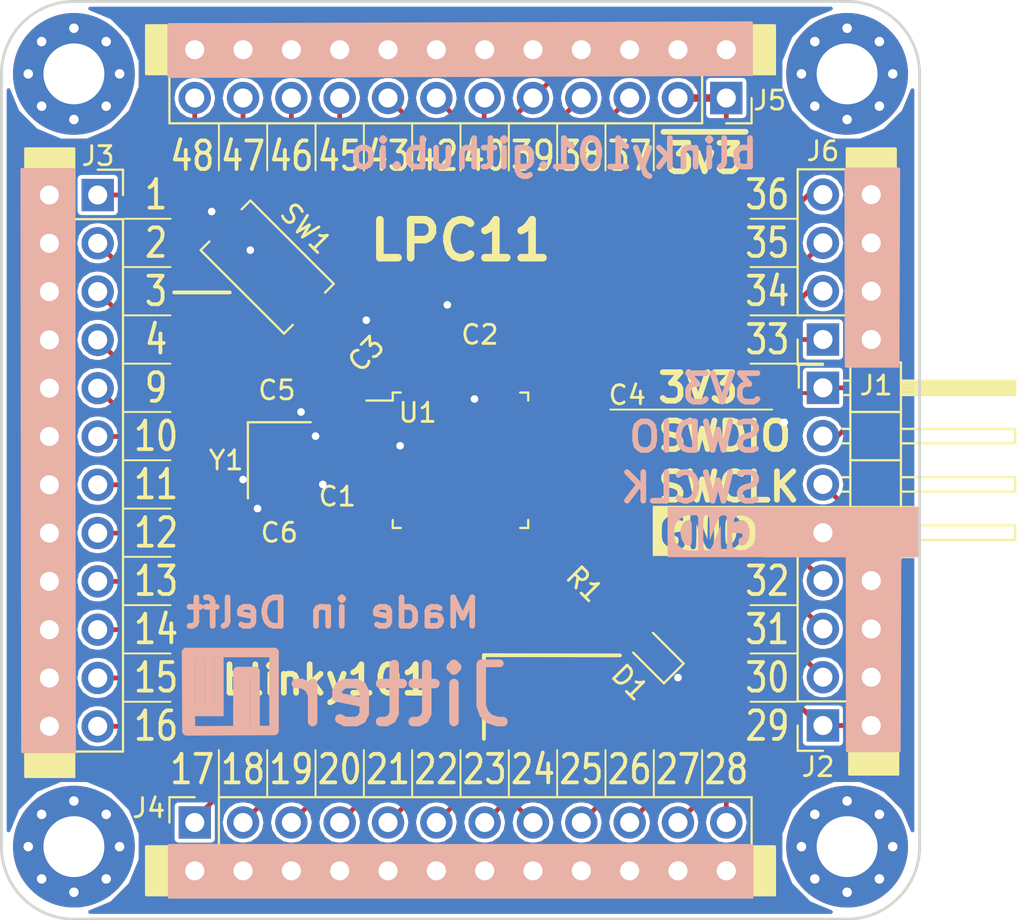
<source format=kicad_pcb>
(kicad_pcb (version 20171130) (host pcbnew "(5.1.0-0)")

  (general
    (thickness 1.6)
    (drawings 134)
    (tracks 265)
    (zones 0)
    (modules 24)
    (nets 52)
  )

  (page A4)
  (layers
    (0 F.Cu signal)
    (31 B.Cu signal)
    (32 B.Adhes user hide)
    (33 F.Adhes user hide)
    (34 B.Paste user hide)
    (35 F.Paste user hide)
    (36 B.SilkS user)
    (37 F.SilkS user)
    (38 B.Mask user hide)
    (39 F.Mask user)
    (40 Dwgs.User user hide)
    (41 Cmts.User user)
    (42 Eco1.User user hide)
    (43 Eco2.User user hide)
    (44 Edge.Cuts user)
    (45 Margin user hide)
    (46 B.CrtYd user hide)
    (47 F.CrtYd user hide)
    (48 B.Fab user hide)
    (49 F.Fab user hide)
  )

  (setup
    (last_trace_width 0.25)
    (user_trace_width 0.2)
    (user_trace_width 0.25)
    (user_trace_width 0.3)
    (user_trace_width 0.4)
    (trace_clearance 0.2)
    (zone_clearance 0.508)
    (zone_45_only no)
    (trace_min 0.2)
    (via_size 0.8)
    (via_drill 0.4)
    (via_min_size 0.4)
    (via_min_drill 0.3)
    (uvia_size 0.3)
    (uvia_drill 0.1)
    (uvias_allowed no)
    (uvia_min_size 0.2)
    (uvia_min_drill 0.1)
    (edge_width 0.15)
    (segment_width 0.1)
    (pcb_text_width 0.3)
    (pcb_text_size 1.5 1.5)
    (mod_edge_width 0.15)
    (mod_text_size 1 1)
    (mod_text_width 0.15)
    (pad_size 1.524 1.524)
    (pad_drill 0.762)
    (pad_to_mask_clearance 0.04)
    (solder_mask_min_width 0.11)
    (aux_axis_origin 47.94 83.93)
    (grid_origin 47.94 83.93)
    (visible_elements FFFFFF7F)
    (pcbplotparams
      (layerselection 0x010fc_ffffffff)
      (usegerberextensions false)
      (usegerberattributes false)
      (usegerberadvancedattributes false)
      (creategerberjobfile false)
      (excludeedgelayer true)
      (linewidth 0.100000)
      (plotframeref false)
      (viasonmask false)
      (mode 1)
      (useauxorigin false)
      (hpglpennumber 1)
      (hpglpenspeed 20)
      (hpglpendiameter 15.000000)
      (psnegative false)
      (psa4output false)
      (plotreference true)
      (plotvalue false)
      (plotinvisibletext false)
      (padsonsilk false)
      (subtractmaskfromsilk false)
      (outputformat 1)
      (mirror false)
      (drillshape 0)
      (scaleselection 1)
      (outputdirectory "Fabrication/"))
  )

  (net 0 "")
  (net 1 /23)
  (net 2 "Net-(D1-Pad2)")
  (net 3 /1)
  (net 4 /2)
  (net 5 /3)
  (net 6 GND)
  (net 7 "Net-(C5-Pad1)")
  (net 8 "Net-(C6-Pad1)")
  (net 9 +3V3)
  (net 10 /11)
  (net 11 /12)
  (net 12 /13)
  (net 13 /18)
  (net 14 /19)
  (net 15 /20)
  (net 16 /21)
  (net 17 /24)
  (net 18 /25)
  (net 19 /26)
  (net 20 /31)
  (net 21 /36)
  (net 22 /37)
  (net 23 /38)
  (net 24 /43)
  (net 25 /48)
  (net 26 /4)
  (net 27 /9)
  (net 28 /10)
  (net 29 /14)
  (net 30 /15)
  (net 31 /16)
  (net 32 /17)
  (net 33 /22)
  (net 34 /27)
  (net 35 /28)
  (net 36 /30)
  (net 37 /32)
  (net 38 /33)
  (net 39 /34)
  (net 40 /40)
  (net 41 /42)
  (net 42 /45)
  (net 43 /46)
  (net 44 /47)
  (net 45 "Net-(H1-Pad1)")
  (net 46 "Net-(H2-Pad1)")
  (net 47 "Net-(H3-Pad1)")
  (net 48 "Net-(H4-Pad1)")
  (net 49 /SWCLK_29)
  (net 50 /SWDIO_39)
  (net 51 /35)

  (net_class Default "This is the default net class."
    (clearance 0.2)
    (trace_width 0.25)
    (via_dia 0.8)
    (via_drill 0.4)
    (uvia_dia 0.3)
    (uvia_drill 0.1)
    (add_net +3V3)
    (add_net /1)
    (add_net /10)
    (add_net /11)
    (add_net /12)
    (add_net /13)
    (add_net /14)
    (add_net /15)
    (add_net /16)
    (add_net /17)
    (add_net /18)
    (add_net /19)
    (add_net /2)
    (add_net /20)
    (add_net /21)
    (add_net /22)
    (add_net /23)
    (add_net /24)
    (add_net /25)
    (add_net /26)
    (add_net /27)
    (add_net /28)
    (add_net /3)
    (add_net /30)
    (add_net /31)
    (add_net /32)
    (add_net /33)
    (add_net /34)
    (add_net /35)
    (add_net /36)
    (add_net /37)
    (add_net /38)
    (add_net /4)
    (add_net /40)
    (add_net /42)
    (add_net /43)
    (add_net /45)
    (add_net /46)
    (add_net /47)
    (add_net /48)
    (add_net /9)
    (add_net /SWCLK_29)
    (add_net /SWDIO_39)
    (add_net GND)
    (add_net "Net-(C5-Pad1)")
    (add_net "Net-(C6-Pad1)")
    (add_net "Net-(D1-Pad2)")
    (add_net "Net-(H1-Pad1)")
    (add_net "Net-(H2-Pad1)")
    (add_net "Net-(H3-Pad1)")
    (add_net "Net-(H4-Pad1)")
  )

  (module Logo:GND (layer B.Cu) (tedit 0) (tstamp 5C8D56DB)
    (at 85.496571 63.533 180)
    (fp_text reference G*** (at 0 0 180) (layer B.SilkS) hide
      (effects (font (size 1.524 1.524) (thickness 0.3)) (justify mirror))
    )
    (fp_text value LOGO (at 0.75 0 180) (layer B.SilkS) hide
      (effects (font (size 1.524 1.524) (thickness 0.3)) (justify mirror))
    )
    (fp_poly (pts (xy 2.54 -1.354666) (xy -2.54 -1.354666) (xy -2.54 -0.084666) (xy -2.074334 -0.084666)
      (xy -2.065798 -0.38624) (xy -2.027628 -0.576496) (xy -1.940979 -0.713103) (xy -1.836779 -0.811664)
      (xy -1.56761 -0.975967) (xy -1.26765 -1.006866) (xy -1.037167 -0.962635) (xy -0.920931 -0.908111)
      (xy -0.864249 -0.793857) (xy -0.847116 -0.5711) (xy -0.846667 -0.498125) (xy -0.846667 -0.084666)
      (xy -0.592667 -0.084666) (xy -0.590719 -0.492254) (xy -0.581325 -0.759794) (xy -0.559163 -0.916559)
      (xy -0.518911 -0.991822) (xy -0.455248 -1.014853) (xy -0.423334 -1.016) (xy -0.337727 -1.001115)
      (xy -0.286472 -0.933437) (xy -0.260379 -0.778431) (xy -0.250256 -0.501563) (xy -0.248706 -0.359833)
      (xy -0.243411 0.296334) (xy 0.012447 -0.359833) (xy 0.146482 -0.687414) (xy 0.24894 -0.885209)
      (xy 0.341531 -0.984159) (xy 0.445966 -1.015208) (xy 0.472819 -1.016) (xy 0.56211 -1.010808)
      (xy 0.62069 -0.975584) (xy 0.655031 -0.880849) (xy 0.671606 -0.697128) (xy 0.676888 -0.394943)
      (xy 0.677333 -0.084666) (xy 0.675384 0.322922) (xy 0.66599 0.590462) (xy 0.643829 0.747227)
      (xy 0.603577 0.822489) (xy 0.539913 0.845521) (xy 0.508 0.846667) (xy 0.931333 0.846667)
      (xy 0.931333 -1.016) (xy 1.318846 -1.016) (xy 1.604174 -0.991068) (xy 1.812142 -0.893529)
      (xy 1.953846 -0.768512) (xy 2.108351 -0.584705) (xy 2.181652 -0.391161) (xy 2.20126 -0.111863)
      (xy 2.201333 -0.084666) (xy 2.184714 0.20437) (xy 2.116516 0.401809) (xy 1.969229 0.583667)
      (xy 1.953846 0.59918) (xy 1.748504 0.765484) (xy 1.525253 0.836009) (xy 1.318846 0.846667)
      (xy 0.931333 0.846667) (xy 0.508 0.846667) (xy 0.422392 0.831782) (xy 0.371138 0.764104)
      (xy 0.345044 0.609099) (xy 0.334921 0.332231) (xy 0.333371 0.1905) (xy 0.328077 -0.465666)
      (xy 0.072218 0.1905) (xy -0.061816 0.518082) (xy -0.164274 0.715876) (xy -0.256866 0.814826)
      (xy -0.361301 0.845876) (xy -0.388154 0.846667) (xy -0.477445 0.841476) (xy -0.536024 0.806251)
      (xy -0.570365 0.711517) (xy -0.58694 0.527796) (xy -0.592223 0.225611) (xy -0.592667 -0.084666)
      (xy -0.846667 -0.084666) (xy -1.143 -0.084666) (xy -1.362174 -0.112206) (xy -1.438798 -0.2001)
      (xy -1.439334 -0.211666) (xy -1.371561 -0.323915) (xy -1.312334 -0.338666) (xy -1.210191 -0.412267)
      (xy -1.185334 -0.550333) (xy -1.225913 -0.717253) (xy -1.349866 -0.762) (xy -1.544138 -0.687786)
      (xy -1.684912 -0.495693) (xy -1.761999 -0.231543) (xy -1.765211 0.058843) (xy -1.684359 0.329643)
      (xy -1.616048 0.435121) (xy -1.48632 0.566083) (xy -1.354411 0.586604) (xy -1.187534 0.534566)
      (xy -1.008886 0.475941) (xy -0.943098 0.498223) (xy -0.946952 0.616644) (xy -0.947319 0.619233)
      (xy -1.04091 0.771322) (xy -1.234869 0.83955) (xy -1.481619 0.822433) (xy -1.733581 0.718483)
      (xy -1.831529 0.646848) (xy -1.967992 0.511436) (xy -2.041065 0.366852) (xy -2.070006 0.155079)
      (xy -2.074334 -0.084666) (xy -2.54 -0.084666) (xy -2.54 1.27) (xy 2.54 1.27)
      (xy 2.54 -1.354666)) (layer B.SilkS) (width 0.01))
    (fp_poly (pts (xy 1.603989 0.527805) (xy 1.730865 0.404495) (xy 1.838487 0.148992) (xy 1.857125 -0.141048)
      (xy 1.798559 -0.419256) (xy 1.674569 -0.639261) (xy 1.496935 -0.754693) (xy 1.434532 -0.762)
      (xy 1.352447 -0.74667) (xy 1.303242 -0.678073) (xy 1.278678 -0.522295) (xy 1.270517 -0.245422)
      (xy 1.27 -0.084666) (xy 1.273723 0.253253) (xy 1.290386 0.455817) (xy 1.328227 0.55694)
      (xy 1.395482 0.590536) (xy 1.434532 0.592667) (xy 1.603989 0.527805)) (layer B.SilkS) (width 0.01))
  )

  (module MountingHole:MountingHole_3.2mm_M3_Pad_Via (layer F.Cu) (tedit 5C812B8E) (tstamp 5C823B87)
    (at 51.75 80.12)
    (descr "Mounting Hole 3.2mm, M3")
    (tags "mounting hole 3.2mm m3")
    (path /5C89A29E)
    (attr virtual)
    (fp_text reference H4 (at 0 -4.2) (layer F.SilkS) hide
      (effects (font (size 1 1) (thickness 0.15)))
    )
    (fp_text value MountingHole_Pad (at 0 4.2) (layer F.Fab)
      (effects (font (size 1 1) (thickness 0.15)))
    )
    (fp_circle (center 0 0) (end 3.45 0) (layer F.CrtYd) (width 0.05))
    (fp_circle (center 0 0) (end 3.2 0) (layer Cmts.User) (width 0.15))
    (fp_text user %R (at 0.3 0) (layer F.Fab)
      (effects (font (size 1 1) (thickness 0.15)))
    )
    (pad 1 thru_hole circle (at 1.697056 -1.697056) (size 0.8 0.8) (drill 0.5) (layers *.Cu *.Mask)
      (net 48 "Net-(H4-Pad1)"))
    (pad 1 thru_hole circle (at 0 -2.4) (size 0.8 0.8) (drill 0.5) (layers *.Cu *.Mask)
      (net 48 "Net-(H4-Pad1)"))
    (pad 1 thru_hole circle (at -1.697056 -1.697056) (size 0.8 0.8) (drill 0.5) (layers *.Cu *.Mask)
      (net 48 "Net-(H4-Pad1)"))
    (pad 1 thru_hole circle (at -2.4 0) (size 0.8 0.8) (drill 0.5) (layers *.Cu *.Mask)
      (net 48 "Net-(H4-Pad1)"))
    (pad 1 thru_hole circle (at -1.697056 1.697056) (size 0.8 0.8) (drill 0.5) (layers *.Cu *.Mask)
      (net 48 "Net-(H4-Pad1)"))
    (pad 1 thru_hole circle (at 0 2.4) (size 0.8 0.8) (drill 0.5) (layers *.Cu *.Mask)
      (net 48 "Net-(H4-Pad1)"))
    (pad 1 thru_hole circle (at 1.697056 1.697056) (size 0.8 0.8) (drill 0.5) (layers *.Cu *.Mask)
      (net 48 "Net-(H4-Pad1)"))
    (pad 1 thru_hole circle (at 2.4 0) (size 0.8 0.8) (drill 0.5) (layers *.Cu *.Mask)
      (net 48 "Net-(H4-Pad1)"))
    (pad 1 thru_hole circle (at 0 0) (size 6.4 6.4) (drill 3.2) (layers *.Cu *.Mask)
      (net 48 "Net-(H4-Pad1)"))
  )

  (module MountingHole:MountingHole_3.2mm_M3_Pad_Via (layer F.Cu) (tedit 5C812B9A) (tstamp 5C823B77)
    (at 92.39 80.12)
    (descr "Mounting Hole 3.2mm, M3")
    (tags "mounting hole 3.2mm m3")
    (path /5C89A22F)
    (attr virtual)
    (fp_text reference H3 (at 0 -4.2) (layer F.SilkS) hide
      (effects (font (size 1 1) (thickness 0.15)))
    )
    (fp_text value MountingHole_Pad (at 0 4.2) (layer F.Fab)
      (effects (font (size 1 1) (thickness 0.15)))
    )
    (fp_text user %R (at 0.3 0) (layer F.Fab)
      (effects (font (size 1 1) (thickness 0.15)))
    )
    (fp_circle (center 0 0) (end 3.2 0) (layer Cmts.User) (width 0.15))
    (fp_circle (center 0 0) (end 3.45 0) (layer F.CrtYd) (width 0.05))
    (pad 1 thru_hole circle (at 0 0) (size 6.4 6.4) (drill 3.2) (layers *.Cu *.Mask)
      (net 47 "Net-(H3-Pad1)"))
    (pad 1 thru_hole circle (at 2.4 0) (size 0.8 0.8) (drill 0.5) (layers *.Cu *.Mask)
      (net 47 "Net-(H3-Pad1)"))
    (pad 1 thru_hole circle (at 1.697056 1.697056) (size 0.8 0.8) (drill 0.5) (layers *.Cu *.Mask)
      (net 47 "Net-(H3-Pad1)"))
    (pad 1 thru_hole circle (at 0 2.4) (size 0.8 0.8) (drill 0.5) (layers *.Cu *.Mask)
      (net 47 "Net-(H3-Pad1)"))
    (pad 1 thru_hole circle (at -1.697056 1.697056) (size 0.8 0.8) (drill 0.5) (layers *.Cu *.Mask)
      (net 47 "Net-(H3-Pad1)"))
    (pad 1 thru_hole circle (at -2.4 0) (size 0.8 0.8) (drill 0.5) (layers *.Cu *.Mask)
      (net 47 "Net-(H3-Pad1)"))
    (pad 1 thru_hole circle (at -1.697056 -1.697056) (size 0.8 0.8) (drill 0.5) (layers *.Cu *.Mask)
      (net 47 "Net-(H3-Pad1)"))
    (pad 1 thru_hole circle (at 0 -2.4) (size 0.8 0.8) (drill 0.5) (layers *.Cu *.Mask)
      (net 47 "Net-(H3-Pad1)"))
    (pad 1 thru_hole circle (at 1.697056 -1.697056) (size 0.8 0.8) (drill 0.5) (layers *.Cu *.Mask)
      (net 47 "Net-(H3-Pad1)"))
  )

  (module MountingHole:MountingHole_3.2mm_M3_Pad_Via (layer F.Cu) (tedit 5C812B84) (tstamp 5C823B67)
    (at 51.75 39.48)
    (descr "Mounting Hole 3.2mm, M3")
    (tags "mounting hole 3.2mm m3")
    (path /5C89A1F6)
    (attr virtual)
    (fp_text reference H2 (at 0 -4.2) (layer F.SilkS) hide
      (effects (font (size 1 1) (thickness 0.15)))
    )
    (fp_text value MountingHole_Pad (at 0 4.2) (layer F.Fab)
      (effects (font (size 1 1) (thickness 0.15)))
    )
    (fp_circle (center 0 0) (end 3.45 0) (layer F.CrtYd) (width 0.05))
    (fp_circle (center 0 0) (end 3.2 0) (layer Cmts.User) (width 0.15))
    (fp_text user %R (at 0.3 0) (layer F.Fab)
      (effects (font (size 1 1) (thickness 0.15)))
    )
    (pad 1 thru_hole circle (at 1.697056 -1.697056) (size 0.8 0.8) (drill 0.5) (layers *.Cu *.Mask)
      (net 46 "Net-(H2-Pad1)"))
    (pad 1 thru_hole circle (at 0 -2.4) (size 0.8 0.8) (drill 0.5) (layers *.Cu *.Mask)
      (net 46 "Net-(H2-Pad1)"))
    (pad 1 thru_hole circle (at -1.697056 -1.697056) (size 0.8 0.8) (drill 0.5) (layers *.Cu *.Mask)
      (net 46 "Net-(H2-Pad1)"))
    (pad 1 thru_hole circle (at -2.4 0) (size 0.8 0.8) (drill 0.5) (layers *.Cu *.Mask)
      (net 46 "Net-(H2-Pad1)"))
    (pad 1 thru_hole circle (at -1.697056 1.697056) (size 0.8 0.8) (drill 0.5) (layers *.Cu *.Mask)
      (net 46 "Net-(H2-Pad1)"))
    (pad 1 thru_hole circle (at 0 2.4) (size 0.8 0.8) (drill 0.5) (layers *.Cu *.Mask)
      (net 46 "Net-(H2-Pad1)"))
    (pad 1 thru_hole circle (at 1.697056 1.697056) (size 0.8 0.8) (drill 0.5) (layers *.Cu *.Mask)
      (net 46 "Net-(H2-Pad1)"))
    (pad 1 thru_hole circle (at 2.4 0) (size 0.8 0.8) (drill 0.5) (layers *.Cu *.Mask)
      (net 46 "Net-(H2-Pad1)"))
    (pad 1 thru_hole circle (at 0 0) (size 6.4 6.4) (drill 3.2) (layers *.Cu *.Mask)
      (net 46 "Net-(H2-Pad1)"))
  )

  (module MountingHole:MountingHole_3.2mm_M3_Pad_Via (layer F.Cu) (tedit 5C812B7E) (tstamp 5C823B57)
    (at 92.39 39.48)
    (descr "Mounting Hole 3.2mm, M3")
    (tags "mounting hole 3.2mm m3")
    (path /5C89A02A)
    (attr virtual)
    (fp_text reference H1 (at 0 -4.2) (layer F.SilkS) hide
      (effects (font (size 1 1) (thickness 0.15)))
    )
    (fp_text value MountingHole_Pad (at 0 4.2) (layer F.Fab)
      (effects (font (size 1 1) (thickness 0.15)))
    )
    (fp_text user %R (at 0.3 0) (layer F.Fab)
      (effects (font (size 1 1) (thickness 0.15)))
    )
    (fp_circle (center 0 0) (end 3.2 0) (layer Cmts.User) (width 0.15))
    (fp_circle (center 0 0) (end 3.45 0) (layer F.CrtYd) (width 0.05))
    (pad 1 thru_hole circle (at 0 0) (size 6.4 6.4) (drill 3.2) (layers *.Cu *.Mask)
      (net 45 "Net-(H1-Pad1)"))
    (pad 1 thru_hole circle (at 2.4 0) (size 0.8 0.8) (drill 0.5) (layers *.Cu *.Mask)
      (net 45 "Net-(H1-Pad1)"))
    (pad 1 thru_hole circle (at 1.697056 1.697056) (size 0.8 0.8) (drill 0.5) (layers *.Cu *.Mask)
      (net 45 "Net-(H1-Pad1)"))
    (pad 1 thru_hole circle (at 0 2.4) (size 0.8 0.8) (drill 0.5) (layers *.Cu *.Mask)
      (net 45 "Net-(H1-Pad1)"))
    (pad 1 thru_hole circle (at -1.697056 1.697056) (size 0.8 0.8) (drill 0.5) (layers *.Cu *.Mask)
      (net 45 "Net-(H1-Pad1)"))
    (pad 1 thru_hole circle (at -2.4 0) (size 0.8 0.8) (drill 0.5) (layers *.Cu *.Mask)
      (net 45 "Net-(H1-Pad1)"))
    (pad 1 thru_hole circle (at -1.697056 -1.697056) (size 0.8 0.8) (drill 0.5) (layers *.Cu *.Mask)
      (net 45 "Net-(H1-Pad1)"))
    (pad 1 thru_hole circle (at 0 -2.4) (size 0.8 0.8) (drill 0.5) (layers *.Cu *.Mask)
      (net 45 "Net-(H1-Pad1)"))
    (pad 1 thru_hole circle (at 1.697056 -1.697056) (size 0.8 0.8) (drill 0.5) (layers *.Cu *.Mask)
      (net 45 "Net-(H1-Pad1)"))
  )

  (module Button_Switch_SMD:SW_SPST_EVQPE1 (layer F.Cu) (tedit 5C814832) (tstamp 5C8280A2)
    (at 61.91 49.64 135)
    (descr "Light Touch Switch, https://industrial.panasonic.com/cdbs/www-data/pdf/ATK0000/ATK0000CE7.pdf")
    (path /5B919F65)
    (attr smd)
    (fp_text reference SW1 (at 0 2.873682 135) (layer F.SilkS)
      (effects (font (size 1 1) (thickness 0.15)))
    )
    (fp_text value SW_Push (at 0 3 135) (layer F.Fab)
      (effects (font (size 1 1) (thickness 0.15)))
    )
    (fp_text user %R (at 0 -2.65 135) (layer F.Fab)
      (effects (font (size 1 1) (thickness 0.15)))
    )
    (fp_line (start 3 -1.75) (end 3 1.75) (layer F.Fab) (width 0.1))
    (fp_line (start 3 1.75) (end -3 1.75) (layer F.Fab) (width 0.1))
    (fp_line (start -3 1.75) (end -3 -1.75) (layer F.Fab) (width 0.1))
    (fp_line (start -3 -1.75) (end 3 -1.75) (layer F.Fab) (width 0.1))
    (fp_line (start -1.4 -0.7) (end 1.4 -0.7) (layer F.Fab) (width 0.1))
    (fp_line (start 1.4 -0.7) (end 1.4 0.7) (layer F.Fab) (width 0.1))
    (fp_line (start 1.4 0.7) (end -1.4 0.7) (layer F.Fab) (width 0.1))
    (fp_line (start -1.4 0.7) (end -1.4 -0.7) (layer F.Fab) (width 0.1))
    (fp_line (start -3.95 -2) (end 3.95 -2) (layer F.CrtYd) (width 0.05))
    (fp_line (start 3.95 -2) (end 3.95 2) (layer F.CrtYd) (width 0.05))
    (fp_line (start 3.95 2) (end -3.95 2) (layer F.CrtYd) (width 0.05))
    (fp_line (start -3.95 2) (end -3.95 -2) (layer F.CrtYd) (width 0.05))
    (fp_line (start 3.1 -1.850001) (end 3.1 -1.2) (layer F.SilkS) (width 0.12))
    (fp_line (start 3.1 1.850001) (end 3.1 1.2) (layer F.SilkS) (width 0.12))
    (fp_line (start -3.1 1.2) (end -3.1 1.850001) (layer F.SilkS) (width 0.12))
    (fp_line (start -3.1 -1.850001) (end -3.1 -1.2) (layer F.SilkS) (width 0.12))
    (fp_line (start 3.1 -1.850001) (end -3.1 -1.850001) (layer F.SilkS) (width 0.12))
    (fp_line (start -3.1 1.850001) (end 3.1 1.850001) (layer F.SilkS) (width 0.12))
    (pad 2 smd rect (at 2.7 0 135) (size 2 1.6) (layers F.Cu F.Paste F.Mask)
      (net 6 GND))
    (pad 1 smd rect (at -2.7 0 135) (size 2 1.6) (layers F.Cu F.Paste F.Mask)
      (net 5 /3))
    (model ${KISYS3DMOD}/Button_Switch_SMD.3dshapes/SW_SPST_EVQPE1.wrl
      (at (xyz 0 0 0))
      (scale (xyz 1 1 1))
      (rotate (xyz 0 0 0))
    )
  )

  (module Capacitor_SMD:C_0402_1005Metric (layer F.Cu) (tedit 5B301BBE) (tstamp 5C811C4E)
    (at 62.545 62.34 180)
    (descr "Capacitor SMD 0402 (1005 Metric), square (rectangular) end terminal, IPC_7351 nominal, (Body size source: http://www.tortai-tech.com/upload/download/2011102023233369053.pdf), generated with kicad-footprint-generator")
    (tags capacitor)
    (path /5C8127F5)
    (attr smd)
    (fp_text reference C6 (at 0 -1.27 180) (layer F.SilkS)
      (effects (font (size 1 1) (thickness 0.15)))
    )
    (fp_text value 18pF (at 0 1.17 180) (layer F.Fab)
      (effects (font (size 1 1) (thickness 0.15)))
    )
    (fp_text user %R (at 0 0 180) (layer F.Fab)
      (effects (font (size 0.25 0.25) (thickness 0.04)))
    )
    (fp_line (start 0.93 0.47) (end -0.93 0.47) (layer F.CrtYd) (width 0.05))
    (fp_line (start 0.93 -0.47) (end 0.93 0.47) (layer F.CrtYd) (width 0.05))
    (fp_line (start -0.93 -0.47) (end 0.93 -0.47) (layer F.CrtYd) (width 0.05))
    (fp_line (start -0.93 0.47) (end -0.93 -0.47) (layer F.CrtYd) (width 0.05))
    (fp_line (start 0.5 0.25) (end -0.5 0.25) (layer F.Fab) (width 0.1))
    (fp_line (start 0.5 -0.25) (end 0.5 0.25) (layer F.Fab) (width 0.1))
    (fp_line (start -0.5 -0.25) (end 0.5 -0.25) (layer F.Fab) (width 0.1))
    (fp_line (start -0.5 0.25) (end -0.5 -0.25) (layer F.Fab) (width 0.1))
    (pad 2 smd roundrect (at 0.485 0 180) (size 0.59 0.64) (layers F.Cu F.Paste F.Mask) (roundrect_rratio 0.25)
      (net 6 GND))
    (pad 1 smd roundrect (at -0.485 0 180) (size 0.59 0.64) (layers F.Cu F.Paste F.Mask) (roundrect_rratio 0.25)
      (net 8 "Net-(C6-Pad1)"))
    (model ${KISYS3DMOD}/Capacitor_SMD.3dshapes/C_0402_1005Metric.wrl
      (at (xyz 0 0 0))
      (scale (xyz 1 1 1))
      (rotate (xyz 0 0 0))
    )
  )

  (module Capacitor_SMD:C_0402_1005Metric (layer F.Cu) (tedit 5B301BBE) (tstamp 5C811C3F)
    (at 62.545 57.26)
    (descr "Capacitor SMD 0402 (1005 Metric), square (rectangular) end terminal, IPC_7351 nominal, (Body size source: http://www.tortai-tech.com/upload/download/2011102023233369053.pdf), generated with kicad-footprint-generator")
    (tags capacitor)
    (path /5C812E42)
    (attr smd)
    (fp_text reference C5 (at -0.127 -1.143) (layer F.SilkS)
      (effects (font (size 1 1) (thickness 0.15)))
    )
    (fp_text value 18pF (at 0 1.17) (layer F.Fab)
      (effects (font (size 1 1) (thickness 0.15)))
    )
    (fp_line (start -0.5 0.25) (end -0.5 -0.25) (layer F.Fab) (width 0.1))
    (fp_line (start -0.5 -0.25) (end 0.5 -0.25) (layer F.Fab) (width 0.1))
    (fp_line (start 0.5 -0.25) (end 0.5 0.25) (layer F.Fab) (width 0.1))
    (fp_line (start 0.5 0.25) (end -0.5 0.25) (layer F.Fab) (width 0.1))
    (fp_line (start -0.93 0.47) (end -0.93 -0.47) (layer F.CrtYd) (width 0.05))
    (fp_line (start -0.93 -0.47) (end 0.93 -0.47) (layer F.CrtYd) (width 0.05))
    (fp_line (start 0.93 -0.47) (end 0.93 0.47) (layer F.CrtYd) (width 0.05))
    (fp_line (start 0.93 0.47) (end -0.93 0.47) (layer F.CrtYd) (width 0.05))
    (fp_text user %R (at 0 0) (layer F.Fab)
      (effects (font (size 0.25 0.25) (thickness 0.04)))
    )
    (pad 1 smd roundrect (at -0.485 0) (size 0.59 0.64) (layers F.Cu F.Paste F.Mask) (roundrect_rratio 0.25)
      (net 7 "Net-(C5-Pad1)"))
    (pad 2 smd roundrect (at 0.485 0) (size 0.59 0.64) (layers F.Cu F.Paste F.Mask) (roundrect_rratio 0.25)
      (net 6 GND))
    (model ${KISYS3DMOD}/Capacitor_SMD.3dshapes/C_0402_1005Metric.wrl
      (at (xyz 0 0 0))
      (scale (xyz 1 1 1))
      (rotate (xyz 0 0 0))
    )
  )

  (module Capacitor_SMD:C_0402_1005Metric (layer F.Cu) (tedit 5B301BBE) (tstamp 5C811C30)
    (at 89.088 56.752 270)
    (descr "Capacitor SMD 0402 (1005 Metric), square (rectangular) end terminal, IPC_7351 nominal, (Body size source: http://www.tortai-tech.com/upload/download/2011102023233369053.pdf), generated with kicad-footprint-generator")
    (tags capacitor)
    (path /5B9276E8)
    (attr smd)
    (fp_text reference C4 (at -0.381 8.255) (layer F.SilkS)
      (effects (font (size 1 1) (thickness 0.15)))
    )
    (fp_text value 100nF (at 0 1.17 270) (layer F.Fab)
      (effects (font (size 1 1) (thickness 0.15)))
    )
    (fp_text user %R (at 0 0 270) (layer F.Fab)
      (effects (font (size 0.25 0.25) (thickness 0.04)))
    )
    (fp_line (start 0.93 0.47) (end -0.93 0.47) (layer F.CrtYd) (width 0.05))
    (fp_line (start 0.93 -0.47) (end 0.93 0.47) (layer F.CrtYd) (width 0.05))
    (fp_line (start -0.93 -0.47) (end 0.93 -0.47) (layer F.CrtYd) (width 0.05))
    (fp_line (start -0.93 0.47) (end -0.93 -0.47) (layer F.CrtYd) (width 0.05))
    (fp_line (start 0.5 0.25) (end -0.5 0.25) (layer F.Fab) (width 0.1))
    (fp_line (start 0.5 -0.25) (end 0.5 0.25) (layer F.Fab) (width 0.1))
    (fp_line (start -0.5 -0.25) (end 0.5 -0.25) (layer F.Fab) (width 0.1))
    (fp_line (start -0.5 0.25) (end -0.5 -0.25) (layer F.Fab) (width 0.1))
    (pad 2 smd roundrect (at 0.485 0 270) (size 0.59 0.64) (layers F.Cu F.Paste F.Mask) (roundrect_rratio 0.25)
      (net 6 GND))
    (pad 1 smd roundrect (at -0.485 0 270) (size 0.59 0.64) (layers F.Cu F.Paste F.Mask) (roundrect_rratio 0.25)
      (net 9 +3V3))
    (model ${KISYS3DMOD}/Capacitor_SMD.3dshapes/C_0402_1005Metric.wrl
      (at (xyz 0 0 0))
      (scale (xyz 1 1 1))
      (rotate (xyz 0 0 0))
    )
  )

  (module Capacitor_SMD:C_0402_1005Metric (layer F.Cu) (tedit 5B301BBE) (tstamp 5C811C21)
    (at 66.228 53.196 45)
    (descr "Capacitor SMD 0402 (1005 Metric), square (rectangular) end terminal, IPC_7351 nominal, (Body size source: http://www.tortai-tech.com/upload/download/2011102023233369053.pdf), generated with kicad-footprint-generator")
    (tags capacitor)
    (path /5B91ADDB)
    (attr smd)
    (fp_text reference C3 (at -0.089803 1.347038 45) (layer F.SilkS)
      (effects (font (size 1 1) (thickness 0.15)))
    )
    (fp_text value 18pF (at 0 1.17 45) (layer F.Fab)
      (effects (font (size 1 1) (thickness 0.15)))
    )
    (fp_line (start -0.5 0.25) (end -0.5 -0.25) (layer F.Fab) (width 0.1))
    (fp_line (start -0.5 -0.25) (end 0.5 -0.25) (layer F.Fab) (width 0.1))
    (fp_line (start 0.5 -0.25) (end 0.5 0.25) (layer F.Fab) (width 0.1))
    (fp_line (start 0.5 0.25) (end -0.5 0.25) (layer F.Fab) (width 0.1))
    (fp_line (start -0.93 0.47) (end -0.93 -0.47) (layer F.CrtYd) (width 0.05))
    (fp_line (start -0.93 -0.47) (end 0.93 -0.47) (layer F.CrtYd) (width 0.05))
    (fp_line (start 0.93 -0.47) (end 0.93 0.47) (layer F.CrtYd) (width 0.05))
    (fp_line (start 0.93 0.47) (end -0.93 0.47) (layer F.CrtYd) (width 0.05))
    (fp_text user %R (at 0 0 45) (layer F.Fab)
      (effects (font (size 0.25 0.25) (thickness 0.04)))
    )
    (pad 1 smd roundrect (at -0.485 0 45) (size 0.59 0.64) (layers F.Cu F.Paste F.Mask) (roundrect_rratio 0.25)
      (net 5 /3))
    (pad 2 smd roundrect (at 0.485 0 45) (size 0.59 0.64) (layers F.Cu F.Paste F.Mask) (roundrect_rratio 0.25)
      (net 6 GND))
    (model ${KISYS3DMOD}/Capacitor_SMD.3dshapes/C_0402_1005Metric.wrl
      (at (xyz 0 0 0))
      (scale (xyz 1 1 1))
      (rotate (xyz 0 0 0))
    )
  )

  (module Capacitor_SMD:C_0402_1005Metric (layer F.Cu) (tedit 5B301BBE) (tstamp 5C811C12)
    (at 71.562 53.196 90)
    (descr "Capacitor SMD 0402 (1005 Metric), square (rectangular) end terminal, IPC_7351 nominal, (Body size source: http://www.tortai-tech.com/upload/download/2011102023233369053.pdf), generated with kicad-footprint-generator")
    (tags capacitor)
    (path /5B895B86)
    (attr smd)
    (fp_text reference C2 (at 0 1.524 180) (layer F.SilkS)
      (effects (font (size 1 1) (thickness 0.15)))
    )
    (fp_text value 100nF (at 0 1.17 90) (layer F.Fab)
      (effects (font (size 1 1) (thickness 0.15)))
    )
    (fp_text user %R (at 0 0 90) (layer F.Fab)
      (effects (font (size 0.25 0.25) (thickness 0.04)))
    )
    (fp_line (start 0.93 0.47) (end -0.93 0.47) (layer F.CrtYd) (width 0.05))
    (fp_line (start 0.93 -0.47) (end 0.93 0.47) (layer F.CrtYd) (width 0.05))
    (fp_line (start -0.93 -0.47) (end 0.93 -0.47) (layer F.CrtYd) (width 0.05))
    (fp_line (start -0.93 0.47) (end -0.93 -0.47) (layer F.CrtYd) (width 0.05))
    (fp_line (start 0.5 0.25) (end -0.5 0.25) (layer F.Fab) (width 0.1))
    (fp_line (start 0.5 -0.25) (end 0.5 0.25) (layer F.Fab) (width 0.1))
    (fp_line (start -0.5 -0.25) (end 0.5 -0.25) (layer F.Fab) (width 0.1))
    (fp_line (start -0.5 0.25) (end -0.5 -0.25) (layer F.Fab) (width 0.1))
    (pad 2 smd roundrect (at 0.485 0 90) (size 0.59 0.64) (layers F.Cu F.Paste F.Mask) (roundrect_rratio 0.25)
      (net 6 GND))
    (pad 1 smd roundrect (at -0.485 0 90) (size 0.59 0.64) (layers F.Cu F.Paste F.Mask) (roundrect_rratio 0.25)
      (net 9 +3V3))
    (model ${KISYS3DMOD}/Capacitor_SMD.3dshapes/C_0402_1005Metric.wrl
      (at (xyz 0 0 0))
      (scale (xyz 1 1 1))
      (rotate (xyz 0 0 0))
    )
  )

  (module Capacitor_SMD:C_0402_1005Metric (layer F.Cu) (tedit 5B301BBE) (tstamp 5C811C03)
    (at 65.593 60.435 180)
    (descr "Capacitor SMD 0402 (1005 Metric), square (rectangular) end terminal, IPC_7351 nominal, (Body size source: http://www.tortai-tech.com/upload/download/2011102023233369053.pdf), generated with kicad-footprint-generator")
    (tags capacitor)
    (path /5B895B15)
    (attr smd)
    (fp_text reference C1 (at 0 -1.27 180) (layer F.SilkS)
      (effects (font (size 1 1) (thickness 0.15)))
    )
    (fp_text value 100nF (at 0 1.17 180) (layer F.Fab)
      (effects (font (size 1 1) (thickness 0.15)))
    )
    (fp_line (start -0.5 0.25) (end -0.5 -0.25) (layer F.Fab) (width 0.1))
    (fp_line (start -0.5 -0.25) (end 0.5 -0.25) (layer F.Fab) (width 0.1))
    (fp_line (start 0.5 -0.25) (end 0.5 0.25) (layer F.Fab) (width 0.1))
    (fp_line (start 0.5 0.25) (end -0.5 0.25) (layer F.Fab) (width 0.1))
    (fp_line (start -0.93 0.47) (end -0.93 -0.47) (layer F.CrtYd) (width 0.05))
    (fp_line (start -0.93 -0.47) (end 0.93 -0.47) (layer F.CrtYd) (width 0.05))
    (fp_line (start 0.93 -0.47) (end 0.93 0.47) (layer F.CrtYd) (width 0.05))
    (fp_line (start 0.93 0.47) (end -0.93 0.47) (layer F.CrtYd) (width 0.05))
    (fp_text user %R (at 0 0 180) (layer F.Fab)
      (effects (font (size 0.25 0.25) (thickness 0.04)))
    )
    (pad 1 smd roundrect (at -0.485 0 180) (size 0.59 0.64) (layers F.Cu F.Paste F.Mask) (roundrect_rratio 0.25)
      (net 9 +3V3))
    (pad 2 smd roundrect (at 0.485 0 180) (size 0.59 0.64) (layers F.Cu F.Paste F.Mask) (roundrect_rratio 0.25)
      (net 6 GND))
    (model ${KISYS3DMOD}/Capacitor_SMD.3dshapes/C_0402_1005Metric.wrl
      (at (xyz 0 0 0))
      (scale (xyz 1 1 1))
      (rotate (xyz 0 0 0))
    )
  )

  (module Connector_PinHeader_2.54mm:PinHeader_1x04_P2.54mm_Horizontal (layer F.Cu) (tedit 59FED5CB) (tstamp 5C81DD84)
    (at 91.12 55.99)
    (descr "Through hole angled pin header, 1x04, 2.54mm pitch, 6mm pin length, single row")
    (tags "Through hole angled pin header THT 1x04 2.54mm single row")
    (path /5B917A3C)
    (fp_text reference J1 (at 2.794 -0.127) (layer F.SilkS)
      (effects (font (size 1 1) (thickness 0.15)))
    )
    (fp_text value Conn_01x04_Male (at 4.385 9.89) (layer F.Fab)
      (effects (font (size 1 1) (thickness 0.15)))
    )
    (fp_line (start 2.135 -1.27) (end 4.04 -1.27) (layer F.Fab) (width 0.1))
    (fp_line (start 4.04 -1.27) (end 4.04 8.89) (layer F.Fab) (width 0.1))
    (fp_line (start 4.04 8.89) (end 1.5 8.89) (layer F.Fab) (width 0.1))
    (fp_line (start 1.5 8.89) (end 1.5 -0.635) (layer F.Fab) (width 0.1))
    (fp_line (start 1.5 -0.635) (end 2.135 -1.27) (layer F.Fab) (width 0.1))
    (fp_line (start -0.32 -0.32) (end 1.5 -0.32) (layer F.Fab) (width 0.1))
    (fp_line (start -0.32 -0.32) (end -0.32 0.32) (layer F.Fab) (width 0.1))
    (fp_line (start -0.32 0.32) (end 1.5 0.32) (layer F.Fab) (width 0.1))
    (fp_line (start 4.04 -0.32) (end 10.04 -0.32) (layer F.Fab) (width 0.1))
    (fp_line (start 10.04 -0.32) (end 10.04 0.32) (layer F.Fab) (width 0.1))
    (fp_line (start 4.04 0.32) (end 10.04 0.32) (layer F.Fab) (width 0.1))
    (fp_line (start -0.32 2.22) (end 1.5 2.22) (layer F.Fab) (width 0.1))
    (fp_line (start -0.32 2.22) (end -0.32 2.86) (layer F.Fab) (width 0.1))
    (fp_line (start -0.32 2.86) (end 1.5 2.86) (layer F.Fab) (width 0.1))
    (fp_line (start 4.04 2.22) (end 10.04 2.22) (layer F.Fab) (width 0.1))
    (fp_line (start 10.04 2.22) (end 10.04 2.86) (layer F.Fab) (width 0.1))
    (fp_line (start 4.04 2.86) (end 10.04 2.86) (layer F.Fab) (width 0.1))
    (fp_line (start -0.32 4.76) (end 1.5 4.76) (layer F.Fab) (width 0.1))
    (fp_line (start -0.32 4.76) (end -0.32 5.4) (layer F.Fab) (width 0.1))
    (fp_line (start -0.32 5.4) (end 1.5 5.4) (layer F.Fab) (width 0.1))
    (fp_line (start 4.04 4.76) (end 10.04 4.76) (layer F.Fab) (width 0.1))
    (fp_line (start 10.04 4.76) (end 10.04 5.4) (layer F.Fab) (width 0.1))
    (fp_line (start 4.04 5.4) (end 10.04 5.4) (layer F.Fab) (width 0.1))
    (fp_line (start -0.32 7.3) (end 1.5 7.3) (layer F.Fab) (width 0.1))
    (fp_line (start -0.32 7.3) (end -0.32 7.94) (layer F.Fab) (width 0.1))
    (fp_line (start -0.32 7.94) (end 1.5 7.94) (layer F.Fab) (width 0.1))
    (fp_line (start 4.04 7.3) (end 10.04 7.3) (layer F.Fab) (width 0.1))
    (fp_line (start 10.04 7.3) (end 10.04 7.94) (layer F.Fab) (width 0.1))
    (fp_line (start 4.04 7.94) (end 10.04 7.94) (layer F.Fab) (width 0.1))
    (fp_line (start 1.44 -1.33) (end 1.44 8.95) (layer F.SilkS) (width 0.12))
    (fp_line (start 1.44 8.95) (end 4.1 8.95) (layer F.SilkS) (width 0.12))
    (fp_line (start 4.1 8.95) (end 4.1 -1.33) (layer F.SilkS) (width 0.12))
    (fp_line (start 4.1 -1.33) (end 1.44 -1.33) (layer F.SilkS) (width 0.12))
    (fp_line (start 4.1 -0.38) (end 10.1 -0.38) (layer F.SilkS) (width 0.12))
    (fp_line (start 10.1 -0.38) (end 10.1 0.38) (layer F.SilkS) (width 0.12))
    (fp_line (start 10.1 0.38) (end 4.1 0.38) (layer F.SilkS) (width 0.12))
    (fp_line (start 4.1 -0.32) (end 10.1 -0.32) (layer F.SilkS) (width 0.12))
    (fp_line (start 4.1 -0.2) (end 10.1 -0.2) (layer F.SilkS) (width 0.12))
    (fp_line (start 4.1 -0.08) (end 10.1 -0.08) (layer F.SilkS) (width 0.12))
    (fp_line (start 4.1 0.04) (end 10.1 0.04) (layer F.SilkS) (width 0.12))
    (fp_line (start 4.1 0.16) (end 10.1 0.16) (layer F.SilkS) (width 0.12))
    (fp_line (start 4.1 0.28) (end 10.1 0.28) (layer F.SilkS) (width 0.12))
    (fp_line (start 1.11 -0.38) (end 1.44 -0.38) (layer F.SilkS) (width 0.12))
    (fp_line (start 1.11 0.38) (end 1.44 0.38) (layer F.SilkS) (width 0.12))
    (fp_line (start 1.44 1.27) (end 4.1 1.27) (layer F.SilkS) (width 0.12))
    (fp_line (start 4.1 2.16) (end 10.1 2.16) (layer F.SilkS) (width 0.12))
    (fp_line (start 10.1 2.16) (end 10.1 2.92) (layer F.SilkS) (width 0.12))
    (fp_line (start 10.1 2.92) (end 4.1 2.92) (layer F.SilkS) (width 0.12))
    (fp_line (start 1.042929 2.16) (end 1.44 2.16) (layer F.SilkS) (width 0.12))
    (fp_line (start 1.042929 2.92) (end 1.44 2.92) (layer F.SilkS) (width 0.12))
    (fp_line (start 1.44 3.81) (end 4.1 3.81) (layer F.SilkS) (width 0.12))
    (fp_line (start 4.1 4.7) (end 10.1 4.7) (layer F.SilkS) (width 0.12))
    (fp_line (start 10.1 4.7) (end 10.1 5.46) (layer F.SilkS) (width 0.12))
    (fp_line (start 10.1 5.46) (end 4.1 5.46) (layer F.SilkS) (width 0.12))
    (fp_line (start 1.042929 4.7) (end 1.44 4.7) (layer F.SilkS) (width 0.12))
    (fp_line (start 1.042929 5.46) (end 1.44 5.46) (layer F.SilkS) (width 0.12))
    (fp_line (start 1.44 6.35) (end 4.1 6.35) (layer F.SilkS) (width 0.12))
    (fp_line (start 4.1 7.24) (end 10.1 7.24) (layer F.SilkS) (width 0.12))
    (fp_line (start 10.1 7.24) (end 10.1 8) (layer F.SilkS) (width 0.12))
    (fp_line (start 10.1 8) (end 4.1 8) (layer F.SilkS) (width 0.12))
    (fp_line (start 1.042929 7.24) (end 1.44 7.24) (layer F.SilkS) (width 0.12))
    (fp_line (start 1.042929 8) (end 1.44 8) (layer F.SilkS) (width 0.12))
    (fp_line (start -1.27 0) (end -1.27 -1.27) (layer F.SilkS) (width 0.12))
    (fp_line (start -1.27 -1.27) (end 0 -1.27) (layer F.SilkS) (width 0.12))
    (fp_line (start -1.8 -1.8) (end -1.8 9.4) (layer F.CrtYd) (width 0.05))
    (fp_line (start -1.8 9.4) (end 10.55 9.4) (layer F.CrtYd) (width 0.05))
    (fp_line (start 10.55 9.4) (end 10.55 -1.8) (layer F.CrtYd) (width 0.05))
    (fp_line (start 10.55 -1.8) (end -1.8 -1.8) (layer F.CrtYd) (width 0.05))
    (fp_text user %R (at 2.77 3.81 90) (layer F.Fab)
      (effects (font (size 1 1) (thickness 0.15)))
    )
    (pad 1 thru_hole rect (at 0 0) (size 1.7 1.7) (drill 1) (layers *.Cu *.Mask)
      (net 9 +3V3))
    (pad 2 thru_hole oval (at 0 2.54) (size 1.7 1.7) (drill 1) (layers *.Cu *.Mask)
      (net 50 /SWDIO_39))
    (pad 3 thru_hole oval (at 0 5.08) (size 1.7 1.7) (drill 1) (layers *.Cu *.Mask)
      (net 49 /SWCLK_29))
    (pad 4 thru_hole oval (at 0 7.62) (size 1.7 1.7) (drill 1) (layers *.Cu *.Mask)
      (net 6 GND))
    (model ${KISYS3DMOD}/Connector_PinHeader_2.54mm.3dshapes/PinHeader_1x04_P2.54mm_Horizontal.wrl
      (at (xyz 0 0 0))
      (scale (xyz 1 1 1))
      (rotate (xyz 0 0 0))
    )
  )

  (module Connector_PinSocket_2.54mm:PinSocket_2x04_P2.54mm_Vertical (layer F.Cu) (tedit 5A19A422) (tstamp 5C811BA7)
    (at 91.12 53.45 180)
    (descr "Through hole straight socket strip, 2x04, 2.54mm pitch, double cols (from Kicad 4.0.7), script generated")
    (tags "Through hole socket strip THT 2x04 2.54mm double row")
    (path /5C816F1E)
    (fp_text reference J6 (at 0 9.906 180) (layer F.SilkS)
      (effects (font (size 1 1) (thickness 0.15)))
    )
    (fp_text value Conn_02x04_Odd_Even (at -1.27 10.39 180) (layer F.Fab)
      (effects (font (size 1 1) (thickness 0.15)))
    )
    (fp_text user %R (at -1.27 3.81 270) (layer F.Fab)
      (effects (font (size 1 1) (thickness 0.15)))
    )
    (fp_line (start -4.34 9.4) (end -4.34 -1.8) (layer F.CrtYd) (width 0.05))
    (fp_line (start 1.76 9.4) (end -4.34 9.4) (layer F.CrtYd) (width 0.05))
    (fp_line (start 1.76 -1.8) (end 1.76 9.4) (layer F.CrtYd) (width 0.05))
    (fp_line (start -4.34 -1.8) (end 1.76 -1.8) (layer F.CrtYd) (width 0.05))
    (fp_line (start 0 -1.33) (end 1.33 -1.33) (layer F.SilkS) (width 0.12))
    (fp_line (start 1.33 -1.33) (end 1.33 0) (layer F.SilkS) (width 0.12))
    (fp_line (start -1.27 -1.33) (end -1.27 1.27) (layer F.SilkS) (width 0.12))
    (fp_line (start -1.27 1.27) (end 1.33 1.27) (layer F.SilkS) (width 0.12))
    (fp_line (start 1.33 1.27) (end 1.33 8.95) (layer F.SilkS) (width 0.12))
    (fp_line (start -3.87 8.95) (end 1.33 8.95) (layer F.SilkS) (width 0.12))
    (fp_line (start -3.87 -1.33) (end -3.87 8.95) (layer F.SilkS) (width 0.12))
    (fp_line (start -3.87 -1.33) (end -1.27 -1.33) (layer F.SilkS) (width 0.12))
    (fp_line (start -3.81 8.89) (end -3.81 -1.27) (layer F.Fab) (width 0.1))
    (fp_line (start 1.27 8.89) (end -3.81 8.89) (layer F.Fab) (width 0.1))
    (fp_line (start 1.27 -0.27) (end 1.27 8.89) (layer F.Fab) (width 0.1))
    (fp_line (start 0.27 -1.27) (end 1.27 -0.27) (layer F.Fab) (width 0.1))
    (fp_line (start -3.81 -1.27) (end 0.27 -1.27) (layer F.Fab) (width 0.1))
    (pad 8 thru_hole oval (at -2.54 7.62 180) (size 1.7 1.7) (drill 1) (layers *.Cu *.Mask)
      (net 6 GND))
    (pad 7 thru_hole oval (at 0 7.62 180) (size 1.7 1.7) (drill 1) (layers *.Cu *.Mask)
      (net 21 /36))
    (pad 6 thru_hole oval (at -2.54 5.08 180) (size 1.7 1.7) (drill 1) (layers *.Cu *.Mask)
      (net 6 GND))
    (pad 5 thru_hole oval (at 0 5.08 180) (size 1.7 1.7) (drill 1) (layers *.Cu *.Mask)
      (net 51 /35))
    (pad 4 thru_hole oval (at -2.54 2.54 180) (size 1.7 1.7) (drill 1) (layers *.Cu *.Mask)
      (net 6 GND))
    (pad 3 thru_hole oval (at 0 2.54 180) (size 1.7 1.7) (drill 1) (layers *.Cu *.Mask)
      (net 39 /34))
    (pad 2 thru_hole oval (at -2.54 0 180) (size 1.7 1.7) (drill 1) (layers *.Cu *.Mask)
      (net 6 GND))
    (pad 1 thru_hole rect (at 0 0 180) (size 1.7 1.7) (drill 1) (layers *.Cu *.Mask)
      (net 38 /33))
    (model ${KISYS3DMOD}/Connector_PinSocket_2.54mm.3dshapes/PinSocket_2x04_P2.54mm_Vertical.wrl
      (at (xyz 0 0 0))
      (scale (xyz 1 1 1))
      (rotate (xyz 0 0 0))
    )
  )

  (module Connector_PinSocket_2.54mm:PinSocket_2x04_P2.54mm_Vertical (layer F.Cu) (tedit 5A19A422) (tstamp 5C811B89)
    (at 91.12 73.75 180)
    (descr "Through hole straight socket strip, 2x04, 2.54mm pitch, double cols (from Kicad 4.0.7), script generated")
    (tags "Through hole socket strip THT 2x04 2.54mm double row")
    (path /5C816EB7)
    (fp_text reference J2 (at 0.254 -2.179 180) (layer F.SilkS)
      (effects (font (size 1 1) (thickness 0.15)))
    )
    (fp_text value Conn_02x04_Odd_Even (at -1.27 10.39 180) (layer F.Fab)
      (effects (font (size 1 1) (thickness 0.15)))
    )
    (fp_line (start -3.81 -1.27) (end 0.27 -1.27) (layer F.Fab) (width 0.1))
    (fp_line (start 0.27 -1.27) (end 1.27 -0.27) (layer F.Fab) (width 0.1))
    (fp_line (start 1.27 -0.27) (end 1.27 8.89) (layer F.Fab) (width 0.1))
    (fp_line (start 1.27 8.89) (end -3.81 8.89) (layer F.Fab) (width 0.1))
    (fp_line (start -3.81 8.89) (end -3.81 -1.27) (layer F.Fab) (width 0.1))
    (fp_line (start -3.87 -1.33) (end -1.27 -1.33) (layer F.SilkS) (width 0.12))
    (fp_line (start -3.87 -1.33) (end -3.87 8.95) (layer F.SilkS) (width 0.12))
    (fp_line (start -3.87 8.95) (end 1.33 8.95) (layer F.SilkS) (width 0.12))
    (fp_line (start 1.33 1.27) (end 1.33 8.95) (layer F.SilkS) (width 0.12))
    (fp_line (start -1.27 1.27) (end 1.33 1.27) (layer F.SilkS) (width 0.12))
    (fp_line (start -1.27 -1.33) (end -1.27 1.27) (layer F.SilkS) (width 0.12))
    (fp_line (start 1.33 -1.33) (end 1.33 0) (layer F.SilkS) (width 0.12))
    (fp_line (start 0 -1.33) (end 1.33 -1.33) (layer F.SilkS) (width 0.12))
    (fp_line (start -4.34 -1.8) (end 1.76 -1.8) (layer F.CrtYd) (width 0.05))
    (fp_line (start 1.76 -1.8) (end 1.76 9.4) (layer F.CrtYd) (width 0.05))
    (fp_line (start 1.76 9.4) (end -4.34 9.4) (layer F.CrtYd) (width 0.05))
    (fp_line (start -4.34 9.4) (end -4.34 -1.8) (layer F.CrtYd) (width 0.05))
    (fp_text user %R (at -1.27 3.81 270) (layer F.Fab)
      (effects (font (size 1 1) (thickness 0.15)))
    )
    (pad 1 thru_hole rect (at 0 0 180) (size 1.7 1.7) (drill 1) (layers *.Cu *.Mask)
      (net 49 /SWCLK_29))
    (pad 2 thru_hole oval (at -2.54 0 180) (size 1.7 1.7) (drill 1) (layers *.Cu *.Mask)
      (net 6 GND))
    (pad 3 thru_hole oval (at 0 2.54 180) (size 1.7 1.7) (drill 1) (layers *.Cu *.Mask)
      (net 36 /30))
    (pad 4 thru_hole oval (at -2.54 2.54 180) (size 1.7 1.7) (drill 1) (layers *.Cu *.Mask)
      (net 6 GND))
    (pad 5 thru_hole oval (at 0 5.08 180) (size 1.7 1.7) (drill 1) (layers *.Cu *.Mask)
      (net 20 /31))
    (pad 6 thru_hole oval (at -2.54 5.08 180) (size 1.7 1.7) (drill 1) (layers *.Cu *.Mask)
      (net 6 GND))
    (pad 7 thru_hole oval (at 0 7.62 180) (size 1.7 1.7) (drill 1) (layers *.Cu *.Mask)
      (net 37 /32))
    (pad 8 thru_hole oval (at -2.54 7.62 180) (size 1.7 1.7) (drill 1) (layers *.Cu *.Mask)
      (net 6 GND))
    (model ${KISYS3DMOD}/Connector_PinSocket_2.54mm.3dshapes/PinSocket_2x04_P2.54mm_Vertical.wrl
      (at (xyz 0 0 0))
      (scale (xyz 1 1 1))
      (rotate (xyz 0 0 0))
    )
  )

  (module Connector_PinSocket_2.54mm:PinSocket_2x12_P2.54mm_Vertical (layer F.Cu) (tedit 5A19A41B) (tstamp 5C811B6B)
    (at 86.04 40.75 270)
    (descr "Through hole straight socket strip, 2x12, 2.54mm pitch, double cols (from Kicad 4.0.7), script generated")
    (tags "Through hole socket strip THT 2x12 2.54mm double row")
    (path /5C813A42)
    (fp_text reference J5 (at 0.127 -2.286 180) (layer F.SilkS)
      (effects (font (size 1 1) (thickness 0.15)))
    )
    (fp_text value Conn_02x12_Odd_Even (at -1.27 30.71 270) (layer F.Fab)
      (effects (font (size 1 1) (thickness 0.15)))
    )
    (fp_line (start -3.81 -1.27) (end 0.27 -1.27) (layer F.Fab) (width 0.1))
    (fp_line (start 0.27 -1.27) (end 1.27 -0.27) (layer F.Fab) (width 0.1))
    (fp_line (start 1.27 -0.27) (end 1.27 29.21) (layer F.Fab) (width 0.1))
    (fp_line (start 1.27 29.21) (end -3.81 29.21) (layer F.Fab) (width 0.1))
    (fp_line (start -3.81 29.21) (end -3.81 -1.27) (layer F.Fab) (width 0.1))
    (fp_line (start -3.87 -1.33) (end -1.27 -1.33) (layer F.SilkS) (width 0.12))
    (fp_line (start -3.87 -1.33) (end -3.87 29.27) (layer F.SilkS) (width 0.12))
    (fp_line (start -3.87 29.27) (end 1.33 29.27) (layer F.SilkS) (width 0.12))
    (fp_line (start 1.33 1.27) (end 1.33 29.27) (layer F.SilkS) (width 0.12))
    (fp_line (start -1.27 1.27) (end 1.33 1.27) (layer F.SilkS) (width 0.12))
    (fp_line (start -1.27 -1.33) (end -1.27 1.27) (layer F.SilkS) (width 0.12))
    (fp_line (start 1.33 -1.33) (end 1.33 0) (layer F.SilkS) (width 0.12))
    (fp_line (start 0 -1.33) (end 1.33 -1.33) (layer F.SilkS) (width 0.12))
    (fp_line (start -4.34 -1.8) (end 1.76 -1.8) (layer F.CrtYd) (width 0.05))
    (fp_line (start 1.76 -1.8) (end 1.76 29.7) (layer F.CrtYd) (width 0.05))
    (fp_line (start 1.76 29.7) (end -4.34 29.7) (layer F.CrtYd) (width 0.05))
    (fp_line (start -4.34 29.7) (end -4.34 -1.8) (layer F.CrtYd) (width 0.05))
    (fp_text user %R (at -1.27 13.97) (layer F.Fab)
      (effects (font (size 1 1) (thickness 0.15)))
    )
    (pad 1 thru_hole rect (at 0 0 270) (size 1.7 1.7) (drill 1) (layers *.Cu *.Mask)
      (net 9 +3V3))
    (pad 2 thru_hole oval (at -2.54 0 270) (size 1.7 1.7) (drill 1) (layers *.Cu *.Mask)
      (net 6 GND))
    (pad 3 thru_hole oval (at 0 2.54 270) (size 1.7 1.7) (drill 1) (layers *.Cu *.Mask)
      (net 9 +3V3))
    (pad 4 thru_hole oval (at -2.54 2.54 270) (size 1.7 1.7) (drill 1) (layers *.Cu *.Mask)
      (net 6 GND))
    (pad 5 thru_hole oval (at 0 5.08 270) (size 1.7 1.7) (drill 1) (layers *.Cu *.Mask)
      (net 22 /37))
    (pad 6 thru_hole oval (at -2.54 5.08 270) (size 1.7 1.7) (drill 1) (layers *.Cu *.Mask)
      (net 6 GND))
    (pad 7 thru_hole oval (at 0 7.62 270) (size 1.7 1.7) (drill 1) (layers *.Cu *.Mask)
      (net 23 /38))
    (pad 8 thru_hole oval (at -2.54 7.62 270) (size 1.7 1.7) (drill 1) (layers *.Cu *.Mask)
      (net 6 GND))
    (pad 9 thru_hole oval (at 0 10.16 270) (size 1.7 1.7) (drill 1) (layers *.Cu *.Mask)
      (net 50 /SWDIO_39))
    (pad 10 thru_hole oval (at -2.54 10.16 270) (size 1.7 1.7) (drill 1) (layers *.Cu *.Mask)
      (net 6 GND))
    (pad 11 thru_hole oval (at 0 12.7 270) (size 1.7 1.7) (drill 1) (layers *.Cu *.Mask)
      (net 40 /40))
    (pad 12 thru_hole oval (at -2.54 12.7 270) (size 1.7 1.7) (drill 1) (layers *.Cu *.Mask)
      (net 6 GND))
    (pad 13 thru_hole oval (at 0 15.24 270) (size 1.7 1.7) (drill 1) (layers *.Cu *.Mask)
      (net 41 /42))
    (pad 14 thru_hole oval (at -2.54 15.24 270) (size 1.7 1.7) (drill 1) (layers *.Cu *.Mask)
      (net 6 GND))
    (pad 15 thru_hole oval (at 0 17.78 270) (size 1.7 1.7) (drill 1) (layers *.Cu *.Mask)
      (net 24 /43))
    (pad 16 thru_hole oval (at -2.54 17.78 270) (size 1.7 1.7) (drill 1) (layers *.Cu *.Mask)
      (net 6 GND))
    (pad 17 thru_hole oval (at 0 20.32 270) (size 1.7 1.7) (drill 1) (layers *.Cu *.Mask)
      (net 42 /45))
    (pad 18 thru_hole oval (at -2.54 20.32 270) (size 1.7 1.7) (drill 1) (layers *.Cu *.Mask)
      (net 6 GND))
    (pad 19 thru_hole oval (at 0 22.86 270) (size 1.7 1.7) (drill 1) (layers *.Cu *.Mask)
      (net 43 /46))
    (pad 20 thru_hole oval (at -2.54 22.86 270) (size 1.7 1.7) (drill 1) (layers *.Cu *.Mask)
      (net 6 GND))
    (pad 21 thru_hole oval (at 0 25.4 270) (size 1.7 1.7) (drill 1) (layers *.Cu *.Mask)
      (net 44 /47))
    (pad 22 thru_hole oval (at -2.54 25.4 270) (size 1.7 1.7) (drill 1) (layers *.Cu *.Mask)
      (net 6 GND))
    (pad 23 thru_hole oval (at 0 27.94 270) (size 1.7 1.7) (drill 1) (layers *.Cu *.Mask)
      (net 25 /48))
    (pad 24 thru_hole oval (at -2.54 27.94 270) (size 1.7 1.7) (drill 1) (layers *.Cu *.Mask)
      (net 6 GND))
    (model ${KISYS3DMOD}/Connector_PinSocket_2.54mm.3dshapes/PinSocket_2x12_P2.54mm_Vertical.wrl
      (at (xyz 0 0 0))
      (scale (xyz 1 1 1))
      (rotate (xyz 0 0 0))
    )
  )

  (module Connector_PinSocket_2.54mm:PinSocket_2x12_P2.54mm_Vertical (layer F.Cu) (tedit 5A19A41B) (tstamp 5C811B3D)
    (at 58.1 78.85 90)
    (descr "Through hole straight socket strip, 2x12, 2.54mm pitch, double cols (from Kicad 4.0.7), script generated")
    (tags "Through hole socket strip THT 2x12 2.54mm double row")
    (path /5C813AD4)
    (fp_text reference J4 (at 0.762 -2.413 180) (layer F.SilkS)
      (effects (font (size 1 1) (thickness 0.15)))
    )
    (fp_text value Conn_02x12_Odd_Even (at -1.27 30.71 90) (layer F.Fab)
      (effects (font (size 1 1) (thickness 0.15)))
    )
    (fp_text user %R (at -1.27 13.97 180) (layer F.Fab)
      (effects (font (size 1 1) (thickness 0.15)))
    )
    (fp_line (start -4.34 29.7) (end -4.34 -1.8) (layer F.CrtYd) (width 0.05))
    (fp_line (start 1.76 29.7) (end -4.34 29.7) (layer F.CrtYd) (width 0.05))
    (fp_line (start 1.76 -1.8) (end 1.76 29.7) (layer F.CrtYd) (width 0.05))
    (fp_line (start -4.34 -1.8) (end 1.76 -1.8) (layer F.CrtYd) (width 0.05))
    (fp_line (start 0 -1.33) (end 1.33 -1.33) (layer F.SilkS) (width 0.12))
    (fp_line (start 1.33 -1.33) (end 1.33 0) (layer F.SilkS) (width 0.12))
    (fp_line (start -1.27 -1.33) (end -1.27 1.27) (layer F.SilkS) (width 0.12))
    (fp_line (start -1.27 1.27) (end 1.33 1.27) (layer F.SilkS) (width 0.12))
    (fp_line (start 1.33 1.27) (end 1.33 29.27) (layer F.SilkS) (width 0.12))
    (fp_line (start -3.87 29.27) (end 1.33 29.27) (layer F.SilkS) (width 0.12))
    (fp_line (start -3.87 -1.33) (end -3.87 29.27) (layer F.SilkS) (width 0.12))
    (fp_line (start -3.87 -1.33) (end -1.27 -1.33) (layer F.SilkS) (width 0.12))
    (fp_line (start -3.81 29.21) (end -3.81 -1.27) (layer F.Fab) (width 0.1))
    (fp_line (start 1.27 29.21) (end -3.81 29.21) (layer F.Fab) (width 0.1))
    (fp_line (start 1.27 -0.27) (end 1.27 29.21) (layer F.Fab) (width 0.1))
    (fp_line (start 0.27 -1.27) (end 1.27 -0.27) (layer F.Fab) (width 0.1))
    (fp_line (start -3.81 -1.27) (end 0.27 -1.27) (layer F.Fab) (width 0.1))
    (pad 24 thru_hole oval (at -2.54 27.94 90) (size 1.7 1.7) (drill 1) (layers *.Cu *.Mask)
      (net 6 GND))
    (pad 23 thru_hole oval (at 0 27.94 90) (size 1.7 1.7) (drill 1) (layers *.Cu *.Mask)
      (net 35 /28))
    (pad 22 thru_hole oval (at -2.54 25.4 90) (size 1.7 1.7) (drill 1) (layers *.Cu *.Mask)
      (net 6 GND))
    (pad 21 thru_hole oval (at 0 25.4 90) (size 1.7 1.7) (drill 1) (layers *.Cu *.Mask)
      (net 34 /27))
    (pad 20 thru_hole oval (at -2.54 22.86 90) (size 1.7 1.7) (drill 1) (layers *.Cu *.Mask)
      (net 6 GND))
    (pad 19 thru_hole oval (at 0 22.86 90) (size 1.7 1.7) (drill 1) (layers *.Cu *.Mask)
      (net 19 /26))
    (pad 18 thru_hole oval (at -2.54 20.32 90) (size 1.7 1.7) (drill 1) (layers *.Cu *.Mask)
      (net 6 GND))
    (pad 17 thru_hole oval (at 0 20.32 90) (size 1.7 1.7) (drill 1) (layers *.Cu *.Mask)
      (net 18 /25))
    (pad 16 thru_hole oval (at -2.54 17.78 90) (size 1.7 1.7) (drill 1) (layers *.Cu *.Mask)
      (net 6 GND))
    (pad 15 thru_hole oval (at 0 17.78 90) (size 1.7 1.7) (drill 1) (layers *.Cu *.Mask)
      (net 17 /24))
    (pad 14 thru_hole oval (at -2.54 15.24 90) (size 1.7 1.7) (drill 1) (layers *.Cu *.Mask)
      (net 6 GND))
    (pad 13 thru_hole oval (at 0 15.24 90) (size 1.7 1.7) (drill 1) (layers *.Cu *.Mask)
      (net 1 /23))
    (pad 12 thru_hole oval (at -2.54 12.7 90) (size 1.7 1.7) (drill 1) (layers *.Cu *.Mask)
      (net 6 GND))
    (pad 11 thru_hole oval (at 0 12.7 90) (size 1.7 1.7) (drill 1) (layers *.Cu *.Mask)
      (net 33 /22))
    (pad 10 thru_hole oval (at -2.54 10.16 90) (size 1.7 1.7) (drill 1) (layers *.Cu *.Mask)
      (net 6 GND))
    (pad 9 thru_hole oval (at 0 10.16 90) (size 1.7 1.7) (drill 1) (layers *.Cu *.Mask)
      (net 16 /21))
    (pad 8 thru_hole oval (at -2.54 7.62 90) (size 1.7 1.7) (drill 1) (layers *.Cu *.Mask)
      (net 6 GND))
    (pad 7 thru_hole oval (at 0 7.62 90) (size 1.7 1.7) (drill 1) (layers *.Cu *.Mask)
      (net 15 /20))
    (pad 6 thru_hole oval (at -2.54 5.08 90) (size 1.7 1.7) (drill 1) (layers *.Cu *.Mask)
      (net 6 GND))
    (pad 5 thru_hole oval (at 0 5.08 90) (size 1.7 1.7) (drill 1) (layers *.Cu *.Mask)
      (net 14 /19))
    (pad 4 thru_hole oval (at -2.54 2.54 90) (size 1.7 1.7) (drill 1) (layers *.Cu *.Mask)
      (net 6 GND))
    (pad 3 thru_hole oval (at 0 2.54 90) (size 1.7 1.7) (drill 1) (layers *.Cu *.Mask)
      (net 13 /18))
    (pad 2 thru_hole oval (at -2.54 0 90) (size 1.7 1.7) (drill 1) (layers *.Cu *.Mask)
      (net 6 GND))
    (pad 1 thru_hole rect (at 0 0 90) (size 1.7 1.7) (drill 1) (layers *.Cu *.Mask)
      (net 32 /17))
    (model ${KISYS3DMOD}/Connector_PinSocket_2.54mm.3dshapes/PinSocket_2x12_P2.54mm_Vertical.wrl
      (at (xyz 0 0 0))
      (scale (xyz 1 1 1))
      (rotate (xyz 0 0 0))
    )
  )

  (module Connector_PinSocket_2.54mm:PinSocket_2x12_P2.54mm_Vertical (layer F.Cu) (tedit 5A19A41B) (tstamp 5C811B0F)
    (at 53 45.85)
    (descr "Through hole straight socket strip, 2x12, 2.54mm pitch, double cols (from Kicad 4.0.7), script generated")
    (tags "Through hole socket strip THT 2x12 2.54mm double row")
    (path /5C813A99)
    (fp_text reference J3 (at 0.02 -2.052) (layer F.SilkS)
      (effects (font (size 1 1) (thickness 0.15)))
    )
    (fp_text value Conn_02x12_Odd_Even (at -1.27 30.71) (layer F.Fab)
      (effects (font (size 1 1) (thickness 0.15)))
    )
    (fp_line (start -3.81 -1.27) (end 0.27 -1.27) (layer F.Fab) (width 0.1))
    (fp_line (start 0.27 -1.27) (end 1.27 -0.27) (layer F.Fab) (width 0.1))
    (fp_line (start 1.27 -0.27) (end 1.27 29.21) (layer F.Fab) (width 0.1))
    (fp_line (start 1.27 29.21) (end -3.81 29.21) (layer F.Fab) (width 0.1))
    (fp_line (start -3.81 29.21) (end -3.81 -1.27) (layer F.Fab) (width 0.1))
    (fp_line (start -3.87 -1.33) (end -1.27 -1.33) (layer F.SilkS) (width 0.12))
    (fp_line (start -3.87 -1.33) (end -3.87 29.27) (layer F.SilkS) (width 0.12))
    (fp_line (start -3.87 29.27) (end 1.33 29.27) (layer F.SilkS) (width 0.12))
    (fp_line (start 1.33 1.27) (end 1.33 29.27) (layer F.SilkS) (width 0.12))
    (fp_line (start -1.27 1.27) (end 1.33 1.27) (layer F.SilkS) (width 0.12))
    (fp_line (start -1.27 -1.33) (end -1.27 1.27) (layer F.SilkS) (width 0.12))
    (fp_line (start 1.33 -1.33) (end 1.33 0) (layer F.SilkS) (width 0.12))
    (fp_line (start 0 -1.33) (end 1.33 -1.33) (layer F.SilkS) (width 0.12))
    (fp_line (start -4.34 -1.8) (end 1.76 -1.8) (layer F.CrtYd) (width 0.05))
    (fp_line (start 1.76 -1.8) (end 1.76 29.7) (layer F.CrtYd) (width 0.05))
    (fp_line (start 1.76 29.7) (end -4.34 29.7) (layer F.CrtYd) (width 0.05))
    (fp_line (start -4.34 29.7) (end -4.34 -1.8) (layer F.CrtYd) (width 0.05))
    (fp_text user %R (at -1.27 13.97 90) (layer F.Fab)
      (effects (font (size 1 1) (thickness 0.15)))
    )
    (pad 1 thru_hole rect (at 0 0) (size 1.7 1.7) (drill 1) (layers *.Cu *.Mask)
      (net 3 /1))
    (pad 2 thru_hole oval (at -2.54 0) (size 1.7 1.7) (drill 1) (layers *.Cu *.Mask)
      (net 6 GND))
    (pad 3 thru_hole oval (at 0 2.54) (size 1.7 1.7) (drill 1) (layers *.Cu *.Mask)
      (net 4 /2))
    (pad 4 thru_hole oval (at -2.54 2.54) (size 1.7 1.7) (drill 1) (layers *.Cu *.Mask)
      (net 6 GND))
    (pad 5 thru_hole oval (at 0 5.08) (size 1.7 1.7) (drill 1) (layers *.Cu *.Mask)
      (net 5 /3))
    (pad 6 thru_hole oval (at -2.54 5.08) (size 1.7 1.7) (drill 1) (layers *.Cu *.Mask)
      (net 6 GND))
    (pad 7 thru_hole oval (at 0 7.62) (size 1.7 1.7) (drill 1) (layers *.Cu *.Mask)
      (net 26 /4))
    (pad 8 thru_hole oval (at -2.54 7.62) (size 1.7 1.7) (drill 1) (layers *.Cu *.Mask)
      (net 6 GND))
    (pad 9 thru_hole oval (at 0 10.16) (size 1.7 1.7) (drill 1) (layers *.Cu *.Mask)
      (net 27 /9))
    (pad 10 thru_hole oval (at -2.54 10.16) (size 1.7 1.7) (drill 1) (layers *.Cu *.Mask)
      (net 6 GND))
    (pad 11 thru_hole oval (at 0 12.7) (size 1.7 1.7) (drill 1) (layers *.Cu *.Mask)
      (net 28 /10))
    (pad 12 thru_hole oval (at -2.54 12.7) (size 1.7 1.7) (drill 1) (layers *.Cu *.Mask)
      (net 6 GND))
    (pad 13 thru_hole oval (at 0 15.24) (size 1.7 1.7) (drill 1) (layers *.Cu *.Mask)
      (net 10 /11))
    (pad 14 thru_hole oval (at -2.54 15.24) (size 1.7 1.7) (drill 1) (layers *.Cu *.Mask)
      (net 6 GND))
    (pad 15 thru_hole oval (at 0 17.78) (size 1.7 1.7) (drill 1) (layers *.Cu *.Mask)
      (net 11 /12))
    (pad 16 thru_hole oval (at -2.54 17.78) (size 1.7 1.7) (drill 1) (layers *.Cu *.Mask)
      (net 6 GND))
    (pad 17 thru_hole oval (at 0 20.32) (size 1.7 1.7) (drill 1) (layers *.Cu *.Mask)
      (net 12 /13))
    (pad 18 thru_hole oval (at -2.54 20.32) (size 1.7 1.7) (drill 1) (layers *.Cu *.Mask)
      (net 6 GND))
    (pad 19 thru_hole oval (at 0 22.86) (size 1.7 1.7) (drill 1) (layers *.Cu *.Mask)
      (net 29 /14))
    (pad 20 thru_hole oval (at -2.54 22.86) (size 1.7 1.7) (drill 1) (layers *.Cu *.Mask)
      (net 6 GND))
    (pad 21 thru_hole oval (at 0 25.4) (size 1.7 1.7) (drill 1) (layers *.Cu *.Mask)
      (net 30 /15))
    (pad 22 thru_hole oval (at -2.54 25.4) (size 1.7 1.7) (drill 1) (layers *.Cu *.Mask)
      (net 6 GND))
    (pad 23 thru_hole oval (at 0 27.94) (size 1.7 1.7) (drill 1) (layers *.Cu *.Mask)
      (net 31 /16))
    (pad 24 thru_hole oval (at -2.54 27.94) (size 1.7 1.7) (drill 1) (layers *.Cu *.Mask)
      (net 6 GND))
    (model ${KISYS3DMOD}/Connector_PinSocket_2.54mm.3dshapes/PinSocket_2x12_P2.54mm_Vertical.wrl
      (at (xyz 0 0 0))
      (scale (xyz 1 1 1))
      (rotate (xyz 0 0 0))
    )
  )

  (module Crystal:Crystal_SMD_3225-4Pin_3.2x2.5mm (layer F.Cu) (tedit 5A0FD1B2) (tstamp 5C811AE1)
    (at 62.545 59.8 270)
    (descr "SMD Crystal SERIES SMD3225/4 http://www.txccrystal.com/images/pdf/7m-accuracy.pdf, 3.2x2.5mm^2 package")
    (tags "SMD SMT crystal")
    (path /5C8127B3)
    (attr smd)
    (fp_text reference Y1 (at 0 2.794) (layer F.SilkS)
      (effects (font (size 1 1) (thickness 0.15)))
    )
    (fp_text value MCSJK-7U-12.00-10-10-80-B-10 (at 0 2.45 270) (layer F.Fab)
      (effects (font (size 1 1) (thickness 0.15)))
    )
    (fp_text user %R (at 0 0 270) (layer F.Fab)
      (effects (font (size 0.7 0.7) (thickness 0.105)))
    )
    (fp_line (start -1.6 -1.25) (end -1.6 1.25) (layer F.Fab) (width 0.1))
    (fp_line (start -1.6 1.25) (end 1.6 1.25) (layer F.Fab) (width 0.1))
    (fp_line (start 1.6 1.25) (end 1.6 -1.25) (layer F.Fab) (width 0.1))
    (fp_line (start 1.6 -1.25) (end -1.6 -1.25) (layer F.Fab) (width 0.1))
    (fp_line (start -1.6 0.25) (end -0.6 1.25) (layer F.Fab) (width 0.1))
    (fp_line (start -2 -1.65) (end -2 1.65) (layer F.SilkS) (width 0.12))
    (fp_line (start -2 1.65) (end 2 1.65) (layer F.SilkS) (width 0.12))
    (fp_line (start -2.1 -1.7) (end -2.1 1.7) (layer F.CrtYd) (width 0.05))
    (fp_line (start -2.1 1.7) (end 2.1 1.7) (layer F.CrtYd) (width 0.05))
    (fp_line (start 2.1 1.7) (end 2.1 -1.7) (layer F.CrtYd) (width 0.05))
    (fp_line (start 2.1 -1.7) (end -2.1 -1.7) (layer F.CrtYd) (width 0.05))
    (pad 1 smd rect (at -1.1 0.85 270) (size 1.4 1.2) (layers F.Cu F.Paste F.Mask)
      (net 7 "Net-(C5-Pad1)"))
    (pad 2 smd rect (at 1.1 0.85 270) (size 1.4 1.2) (layers F.Cu F.Paste F.Mask)
      (net 6 GND))
    (pad 3 smd rect (at 1.1 -0.85 270) (size 1.4 1.2) (layers F.Cu F.Paste F.Mask)
      (net 8 "Net-(C6-Pad1)"))
    (pad 4 smd rect (at -1.1 -0.85 270) (size 1.4 1.2) (layers F.Cu F.Paste F.Mask)
      (net 6 GND))
    (model ${KISYS3DMOD}/Crystal.3dshapes/Crystal_SMD_3225-4Pin_3.2x2.5mm.wrl
      (at (xyz 0 0 0))
      (scale (xyz 1 1 1))
      (rotate (xyz 0 0 0))
    )
  )

  (module LED_SMD:LED_0603_1608Metric (layer F.Cu) (tedit 5B301BBE) (tstamp 5C811ACD)
    (at 82.23 69.96 135)
    (descr "LED SMD 0603 (1608 Metric), square (rectangular) end terminal, IPC_7351 nominal, (Body size source: http://www.tortai-tech.com/upload/download/2011102023233369053.pdf), generated with kicad-footprint-generator")
    (tags diode)
    (path /5B894E78)
    (attr smd)
    (fp_text reference D1 (at -0.179605 -1.975656 135) (layer F.SilkS)
      (effects (font (size 1 1) (thickness 0.15)))
    )
    (fp_text value LED (at 0 1.43 135) (layer F.Fab)
      (effects (font (size 1 1) (thickness 0.15)))
    )
    (fp_line (start 0.8 -0.4) (end -0.5 -0.4) (layer F.Fab) (width 0.1))
    (fp_line (start -0.5 -0.4) (end -0.8 -0.1) (layer F.Fab) (width 0.1))
    (fp_line (start -0.8 -0.1) (end -0.8 0.4) (layer F.Fab) (width 0.1))
    (fp_line (start -0.8 0.4) (end 0.8 0.4) (layer F.Fab) (width 0.1))
    (fp_line (start 0.8 0.4) (end 0.8 -0.4) (layer F.Fab) (width 0.1))
    (fp_line (start 0.8 -0.735) (end -1.485 -0.735) (layer F.SilkS) (width 0.12))
    (fp_line (start -1.485 -0.735) (end -1.485 0.735) (layer F.SilkS) (width 0.12))
    (fp_line (start -1.485 0.735) (end 0.8 0.735) (layer F.SilkS) (width 0.12))
    (fp_line (start -1.48 0.73) (end -1.48 -0.73) (layer F.CrtYd) (width 0.05))
    (fp_line (start -1.48 -0.73) (end 1.48 -0.73) (layer F.CrtYd) (width 0.05))
    (fp_line (start 1.48 -0.73) (end 1.48 0.73) (layer F.CrtYd) (width 0.05))
    (fp_line (start 1.48 0.73) (end -1.48 0.73) (layer F.CrtYd) (width 0.05))
    (fp_text user %R (at 0 0 135) (layer F.Fab)
      (effects (font (size 0.4 0.4) (thickness 0.06)))
    )
    (pad 1 smd roundrect (at -0.787501 0 135) (size 0.875 0.95) (layers F.Cu F.Paste F.Mask) (roundrect_rratio 0.25)
      (net 6 GND))
    (pad 2 smd roundrect (at 0.787501 0 135) (size 0.875 0.95) (layers F.Cu F.Paste F.Mask) (roundrect_rratio 0.25)
      (net 2 "Net-(D1-Pad2)"))
    (model ${KISYS3DMOD}/LED_SMD.3dshapes/LED_0603_1608Metric.wrl
      (at (xyz 0 0 0))
      (scale (xyz 1 1 1))
      (rotate (xyz 0 0 0))
    )
  )

  (module Package_QFP:LQFP-48_7x7mm_P0.5mm (layer F.Cu) (tedit 5A5E2375) (tstamp 5C81D9BB)
    (at 72.0674 59.8)
    (descr "48 LEAD LQFP 7x7mm (see MICREL LQFP7x7-48LD-PL-1.pdf)")
    (tags "QFP 0.5")
    (path /5C815855)
    (attr smd)
    (fp_text reference U1 (at -2.25 -2.5) (layer F.SilkS)
      (effects (font (size 1 1) (thickness 0.15)))
    )
    (fp_text value LPC1115JBD48-303 (at 0 6) (layer F.Fab)
      (effects (font (size 1 1) (thickness 0.15)))
    )
    (fp_line (start 3.13 3.75) (end 3.75 3.75) (layer F.CrtYd) (width 0.05))
    (fp_line (start 3.75 3.13) (end 3.75 3.75) (layer F.CrtYd) (width 0.05))
    (fp_line (start 3.13 5.25) (end 3.13 3.75) (layer F.CrtYd) (width 0.05))
    (fp_text user %R (at 0 0) (layer F.Fab)
      (effects (font (size 1 1) (thickness 0.15)))
    )
    (fp_line (start -2.5 -3.5) (end 3.5 -3.5) (layer F.Fab) (width 0.1))
    (fp_line (start 3.5 -3.5) (end 3.5 3.5) (layer F.Fab) (width 0.1))
    (fp_line (start 3.5 3.5) (end -3.5 3.5) (layer F.Fab) (width 0.1))
    (fp_line (start -3.5 3.5) (end -3.5 -2.5) (layer F.Fab) (width 0.1))
    (fp_line (start -3.5 -2.5) (end -2.5 -3.5) (layer F.Fab) (width 0.1))
    (fp_line (start -5.25 -3.13) (end -5.25 3.13) (layer F.CrtYd) (width 0.05))
    (fp_line (start 5.25 -3.13) (end 5.25 3.13) (layer F.CrtYd) (width 0.05))
    (fp_line (start -3.13 -5.25) (end 3.13 -5.25) (layer F.CrtYd) (width 0.05))
    (fp_line (start -3.13 5.25) (end 3.13 5.25) (layer F.CrtYd) (width 0.05))
    (fp_line (start 3.56 -3.56) (end 3.56 -3.14) (layer F.SilkS) (width 0.12))
    (fp_line (start 3.56 3.56) (end 3.56 3.14) (layer F.SilkS) (width 0.12))
    (fp_line (start -3.56 3.56) (end -3.56 3.14) (layer F.SilkS) (width 0.12))
    (fp_line (start -3.56 -3.56) (end -3.14 -3.56) (layer F.SilkS) (width 0.12))
    (fp_line (start 3.56 3.56) (end 3.14 3.56) (layer F.SilkS) (width 0.12))
    (fp_line (start 3.56 -3.56) (end 3.14 -3.56) (layer F.SilkS) (width 0.12))
    (fp_line (start -3.56 -3.14) (end -4.94 -3.14) (layer F.SilkS) (width 0.12))
    (fp_line (start -3.56 -3.56) (end -3.56 -3.14) (layer F.SilkS) (width 0.12))
    (fp_line (start -3.56 3.56) (end -3.14 3.56) (layer F.SilkS) (width 0.12))
    (fp_line (start 3.75 3.13) (end 5.25 3.13) (layer F.CrtYd) (width 0.05))
    (fp_line (start 3.75 -3.13) (end 5.25 -3.13) (layer F.CrtYd) (width 0.05))
    (fp_line (start 3.13 -3.75) (end 3.13 -5.25) (layer F.CrtYd) (width 0.05))
    (fp_line (start -3.13 -3.75) (end -3.13 -5.25) (layer F.CrtYd) (width 0.05))
    (fp_line (start -3.75 -3.13) (end -5.25 -3.13) (layer F.CrtYd) (width 0.05))
    (fp_line (start -3.75 3.13) (end -5.25 3.13) (layer F.CrtYd) (width 0.05))
    (fp_line (start -3.13 3.75) (end -3.13 5.25) (layer F.CrtYd) (width 0.05))
    (fp_line (start 3.13 -3.75) (end 3.75 -3.75) (layer F.CrtYd) (width 0.05))
    (fp_line (start 3.75 -3.13) (end 3.75 -3.75) (layer F.CrtYd) (width 0.05))
    (fp_line (start -3.75 3.13) (end -3.75 3.75) (layer F.CrtYd) (width 0.05))
    (fp_line (start -3.13 3.75) (end -3.75 3.75) (layer F.CrtYd) (width 0.05))
    (fp_line (start -3.75 -3.13) (end -3.75 -3.75) (layer F.CrtYd) (width 0.05))
    (fp_line (start -3.13 -3.75) (end -3.75 -3.75) (layer F.CrtYd) (width 0.05))
    (pad 1 smd rect (at -4.35 -2.75) (size 1.3 0.25) (layers F.Cu F.Paste F.Mask)
      (net 3 /1))
    (pad 2 smd rect (at -4.35 -2.25) (size 1.3 0.25) (layers F.Cu F.Paste F.Mask)
      (net 4 /2))
    (pad 3 smd rect (at -4.35 -1.75) (size 1.3 0.25) (layers F.Cu F.Paste F.Mask)
      (net 5 /3))
    (pad 4 smd rect (at -4.35 -1.25) (size 1.3 0.25) (layers F.Cu F.Paste F.Mask)
      (net 26 /4))
    (pad 5 smd rect (at -4.35 -0.75) (size 1.3 0.25) (layers F.Cu F.Paste F.Mask)
      (net 6 GND))
    (pad 6 smd rect (at -4.35 -0.25) (size 1.3 0.25) (layers F.Cu F.Paste F.Mask)
      (net 7 "Net-(C5-Pad1)"))
    (pad 7 smd rect (at -4.35 0.25) (size 1.3 0.25) (layers F.Cu F.Paste F.Mask)
      (net 8 "Net-(C6-Pad1)"))
    (pad 8 smd rect (at -4.35 0.75) (size 1.3 0.25) (layers F.Cu F.Paste F.Mask)
      (net 9 +3V3))
    (pad 9 smd rect (at -4.35 1.25) (size 1.3 0.25) (layers F.Cu F.Paste F.Mask)
      (net 27 /9))
    (pad 10 smd rect (at -4.35 1.75) (size 1.3 0.25) (layers F.Cu F.Paste F.Mask)
      (net 28 /10))
    (pad 11 smd rect (at -4.35 2.25) (size 1.3 0.25) (layers F.Cu F.Paste F.Mask)
      (net 10 /11))
    (pad 12 smd rect (at -4.35 2.75) (size 1.3 0.25) (layers F.Cu F.Paste F.Mask)
      (net 11 /12))
    (pad 13 smd rect (at -2.75 4.35 90) (size 1.3 0.25) (layers F.Cu F.Paste F.Mask)
      (net 12 /13))
    (pad 14 smd rect (at -2.25 4.35 90) (size 1.3 0.25) (layers F.Cu F.Paste F.Mask)
      (net 29 /14))
    (pad 15 smd rect (at -1.75 4.35 90) (size 1.3 0.25) (layers F.Cu F.Paste F.Mask)
      (net 30 /15))
    (pad 16 smd rect (at -1.25 4.35 90) (size 1.3 0.25) (layers F.Cu F.Paste F.Mask)
      (net 31 /16))
    (pad 17 smd rect (at -0.75 4.35 90) (size 1.3 0.25) (layers F.Cu F.Paste F.Mask)
      (net 32 /17))
    (pad 18 smd rect (at -0.25 4.35 90) (size 1.3 0.25) (layers F.Cu F.Paste F.Mask)
      (net 13 /18))
    (pad 19 smd rect (at 0.25 4.35 90) (size 1.3 0.25) (layers F.Cu F.Paste F.Mask)
      (net 14 /19))
    (pad 20 smd rect (at 0.75 4.35 90) (size 1.3 0.25) (layers F.Cu F.Paste F.Mask)
      (net 15 /20))
    (pad 21 smd rect (at 1.25 4.35 90) (size 1.3 0.25) (layers F.Cu F.Paste F.Mask)
      (net 16 /21))
    (pad 22 smd rect (at 1.75 4.35 90) (size 1.3 0.25) (layers F.Cu F.Paste F.Mask)
      (net 33 /22))
    (pad 23 smd rect (at 2.25 4.35 90) (size 1.3 0.25) (layers F.Cu F.Paste F.Mask)
      (net 1 /23))
    (pad 24 smd rect (at 2.75 4.35 90) (size 1.3 0.25) (layers F.Cu F.Paste F.Mask)
      (net 17 /24))
    (pad 25 smd rect (at 4.35 2.75) (size 1.3 0.25) (layers F.Cu F.Paste F.Mask)
      (net 18 /25))
    (pad 26 smd rect (at 4.35 2.25) (size 1.3 0.25) (layers F.Cu F.Paste F.Mask)
      (net 19 /26))
    (pad 27 smd rect (at 4.35 1.75) (size 1.3 0.25) (layers F.Cu F.Paste F.Mask)
      (net 34 /27))
    (pad 28 smd rect (at 4.35 1.25) (size 1.3 0.25) (layers F.Cu F.Paste F.Mask)
      (net 35 /28))
    (pad 29 smd rect (at 4.35 0.75) (size 1.3 0.25) (layers F.Cu F.Paste F.Mask)
      (net 49 /SWCLK_29))
    (pad 30 smd rect (at 4.35 0.25) (size 1.3 0.25) (layers F.Cu F.Paste F.Mask)
      (net 36 /30))
    (pad 31 smd rect (at 4.35 -0.25) (size 1.3 0.25) (layers F.Cu F.Paste F.Mask)
      (net 20 /31))
    (pad 32 smd rect (at 4.35 -0.75) (size 1.3 0.25) (layers F.Cu F.Paste F.Mask)
      (net 37 /32))
    (pad 33 smd rect (at 4.35 -1.25) (size 1.3 0.25) (layers F.Cu F.Paste F.Mask)
      (net 38 /33))
    (pad 34 smd rect (at 4.35 -1.75) (size 1.3 0.25) (layers F.Cu F.Paste F.Mask)
      (net 39 /34))
    (pad 35 smd rect (at 4.35 -2.25) (size 1.3 0.25) (layers F.Cu F.Paste F.Mask)
      (net 51 /35))
    (pad 36 smd rect (at 4.35 -2.75) (size 1.3 0.25) (layers F.Cu F.Paste F.Mask)
      (net 21 /36))
    (pad 37 smd rect (at 2.75 -4.35 90) (size 1.3 0.25) (layers F.Cu F.Paste F.Mask)
      (net 22 /37))
    (pad 38 smd rect (at 2.25 -4.35 90) (size 1.3 0.25) (layers F.Cu F.Paste F.Mask)
      (net 23 /38))
    (pad 39 smd rect (at 1.75 -4.35 90) (size 1.3 0.25) (layers F.Cu F.Paste F.Mask)
      (net 50 /SWDIO_39))
    (pad 40 smd rect (at 1.25 -4.35 90) (size 1.3 0.25) (layers F.Cu F.Paste F.Mask)
      (net 40 /40))
    (pad 41 smd rect (at 0.75 -4.35 90) (size 1.3 0.25) (layers F.Cu F.Paste F.Mask)
      (net 6 GND))
    (pad 42 smd rect (at 0.25 -4.35 90) (size 1.3 0.25) (layers F.Cu F.Paste F.Mask)
      (net 41 /42))
    (pad 43 smd rect (at -0.25 -4.35 90) (size 1.3 0.25) (layers F.Cu F.Paste F.Mask)
      (net 24 /43))
    (pad 44 smd rect (at -0.75 -4.35 90) (size 1.3 0.25) (layers F.Cu F.Paste F.Mask)
      (net 9 +3V3))
    (pad 45 smd rect (at -1.25 -4.35 90) (size 1.3 0.25) (layers F.Cu F.Paste F.Mask)
      (net 42 /45))
    (pad 46 smd rect (at -1.75 -4.35 90) (size 1.3 0.25) (layers F.Cu F.Paste F.Mask)
      (net 43 /46))
    (pad 47 smd rect (at -2.25 -4.35 90) (size 1.3 0.25) (layers F.Cu F.Paste F.Mask)
      (net 44 /47))
    (pad 48 smd rect (at -2.75 -4.35 90) (size 1.3 0.25) (layers F.Cu F.Paste F.Mask)
      (net 25 /48))
    (model ${KISYS3DMOD}/Package_QFP.3dshapes/LQFP-48_7x7mm_P0.5mm.wrl
      (at (xyz 0 0 0))
      (scale (xyz 1 1 1))
      (rotate (xyz 0 0 0))
    )
  )

  (module Resistor_SMD:R_0402_1005Metric (layer F.Cu) (tedit 5B301BBD) (tstamp 5C811A63)
    (at 80.198 67.928 315)
    (descr "Resistor SMD 0402 (1005 Metric), square (rectangular) end terminal, IPC_7351 nominal, (Body size source: http://www.tortai-tech.com/upload/download/2011102023233369053.pdf), generated with kicad-footprint-generator")
    (tags resistor)
    (path /5B8950CF)
    (attr smd)
    (fp_text reference R1 (at -2.286 0 315) (layer F.SilkS)
      (effects (font (size 1 1) (thickness 0.15)))
    )
    (fp_text value 270R (at 0 1.17 315) (layer F.Fab)
      (effects (font (size 1 1) (thickness 0.15)))
    )
    (fp_line (start -0.5 0.25) (end -0.5 -0.25) (layer F.Fab) (width 0.1))
    (fp_line (start -0.5 -0.25) (end 0.5 -0.25) (layer F.Fab) (width 0.1))
    (fp_line (start 0.5 -0.25) (end 0.5 0.25) (layer F.Fab) (width 0.1))
    (fp_line (start 0.5 0.25) (end -0.5 0.25) (layer F.Fab) (width 0.1))
    (fp_line (start -0.93 0.47) (end -0.93 -0.47) (layer F.CrtYd) (width 0.05))
    (fp_line (start -0.93 -0.47) (end 0.93 -0.47) (layer F.CrtYd) (width 0.05))
    (fp_line (start 0.93 -0.47) (end 0.93 0.47) (layer F.CrtYd) (width 0.05))
    (fp_line (start 0.93 0.47) (end -0.93 0.47) (layer F.CrtYd) (width 0.05))
    (fp_text user %R (at 0 0 315) (layer F.Fab)
      (effects (font (size 0.25 0.25) (thickness 0.04)))
    )
    (pad 1 smd roundrect (at -0.485 0 315) (size 0.59 0.64) (layers F.Cu F.Paste F.Mask) (roundrect_rratio 0.25)
      (net 1 /23))
    (pad 2 smd roundrect (at 0.485 0 315) (size 0.59 0.64) (layers F.Cu F.Paste F.Mask) (roundrect_rratio 0.25)
      (net 2 "Net-(D1-Pad2)"))
    (model ${KISYS3DMOD}/Resistor_SMD.3dshapes/R_0402_1005Metric.wrl
      (at (xyz 0 0 0))
      (scale (xyz 1 1 1))
      (rotate (xyz 0 0 0))
    )
  )

  (module Logo:GND (layer F.Cu) (tedit 0) (tstamp 5C865328)
    (at 84.72 63.47)
    (fp_text reference G*** (at 0 0) (layer F.SilkS) hide
      (effects (font (size 1.524 1.524) (thickness 0.3)))
    )
    (fp_text value LOGO (at 0.75 0) (layer F.SilkS) hide
      (effects (font (size 1.524 1.524) (thickness 0.3)))
    )
    (fp_poly (pts (xy 1.603989 -0.527805) (xy 1.730865 -0.404495) (xy 1.838487 -0.148992) (xy 1.857125 0.141048)
      (xy 1.798559 0.419256) (xy 1.674569 0.639261) (xy 1.496935 0.754693) (xy 1.434532 0.762)
      (xy 1.352447 0.74667) (xy 1.303242 0.678073) (xy 1.278678 0.522295) (xy 1.270517 0.245422)
      (xy 1.27 0.084666) (xy 1.273723 -0.253253) (xy 1.290386 -0.455817) (xy 1.328227 -0.55694)
      (xy 1.395482 -0.590536) (xy 1.434532 -0.592667) (xy 1.603989 -0.527805)) (layer F.SilkS) (width 0.01))
    (fp_poly (pts (xy 2.54 1.354666) (xy -2.54 1.354666) (xy -2.54 0.084666) (xy -2.074334 0.084666)
      (xy -2.065798 0.38624) (xy -2.027628 0.576496) (xy -1.940979 0.713103) (xy -1.836779 0.811664)
      (xy -1.56761 0.975967) (xy -1.26765 1.006866) (xy -1.037167 0.962635) (xy -0.920931 0.908111)
      (xy -0.864249 0.793857) (xy -0.847116 0.5711) (xy -0.846667 0.498125) (xy -0.846667 0.084666)
      (xy -0.592667 0.084666) (xy -0.590719 0.492254) (xy -0.581325 0.759794) (xy -0.559163 0.916559)
      (xy -0.518911 0.991822) (xy -0.455248 1.014853) (xy -0.423334 1.016) (xy -0.337727 1.001115)
      (xy -0.286472 0.933437) (xy -0.260379 0.778431) (xy -0.250256 0.501563) (xy -0.248706 0.359833)
      (xy -0.243411 -0.296334) (xy 0.012447 0.359833) (xy 0.146482 0.687414) (xy 0.24894 0.885209)
      (xy 0.341531 0.984159) (xy 0.445966 1.015208) (xy 0.472819 1.016) (xy 0.56211 1.010808)
      (xy 0.62069 0.975584) (xy 0.655031 0.880849) (xy 0.671606 0.697128) (xy 0.676888 0.394943)
      (xy 0.677333 0.084666) (xy 0.675384 -0.322922) (xy 0.66599 -0.590462) (xy 0.643829 -0.747227)
      (xy 0.603577 -0.822489) (xy 0.539913 -0.845521) (xy 0.508 -0.846667) (xy 0.931333 -0.846667)
      (xy 0.931333 1.016) (xy 1.318846 1.016) (xy 1.604174 0.991068) (xy 1.812142 0.893529)
      (xy 1.953846 0.768512) (xy 2.108351 0.584705) (xy 2.181652 0.391161) (xy 2.20126 0.111863)
      (xy 2.201333 0.084666) (xy 2.184714 -0.20437) (xy 2.116516 -0.401809) (xy 1.969229 -0.583667)
      (xy 1.953846 -0.59918) (xy 1.748504 -0.765484) (xy 1.525253 -0.836009) (xy 1.318846 -0.846667)
      (xy 0.931333 -0.846667) (xy 0.508 -0.846667) (xy 0.422392 -0.831782) (xy 0.371138 -0.764104)
      (xy 0.345044 -0.609099) (xy 0.334921 -0.332231) (xy 0.333371 -0.1905) (xy 0.328077 0.465666)
      (xy 0.072218 -0.1905) (xy -0.061816 -0.518082) (xy -0.164274 -0.715876) (xy -0.256866 -0.814826)
      (xy -0.361301 -0.845876) (xy -0.388154 -0.846667) (xy -0.477445 -0.841476) (xy -0.536024 -0.806251)
      (xy -0.570365 -0.711517) (xy -0.58694 -0.527796) (xy -0.592223 -0.225611) (xy -0.592667 0.084666)
      (xy -0.846667 0.084666) (xy -1.143 0.084666) (xy -1.362174 0.112206) (xy -1.438798 0.2001)
      (xy -1.439334 0.211666) (xy -1.371561 0.323915) (xy -1.312334 0.338666) (xy -1.210191 0.412267)
      (xy -1.185334 0.550333) (xy -1.225913 0.717253) (xy -1.349866 0.762) (xy -1.544138 0.687786)
      (xy -1.684912 0.495693) (xy -1.761999 0.231543) (xy -1.765211 -0.058843) (xy -1.684359 -0.329643)
      (xy -1.616048 -0.435121) (xy -1.48632 -0.566083) (xy -1.354411 -0.586604) (xy -1.187534 -0.534566)
      (xy -1.008886 -0.475941) (xy -0.943098 -0.498223) (xy -0.946952 -0.616644) (xy -0.947319 -0.619233)
      (xy -1.04091 -0.771322) (xy -1.234869 -0.83955) (xy -1.481619 -0.822433) (xy -1.733581 -0.718483)
      (xy -1.831529 -0.646848) (xy -1.967992 -0.511436) (xy -2.041065 -0.366852) (xy -2.070006 -0.155079)
      (xy -2.074334 0.084666) (xy -2.54 0.084666) (xy -2.54 -1.27) (xy 2.54 -1.27)
      (xy 2.54 1.354666)) (layer F.SilkS) (width 0.01))
  )

  (module Jitter_Logos:Symbol_Jitter-Icon_CopperAndSilkScreenTop (layer B.Cu) (tedit 5C7FDEC0) (tstamp 5C8D3F9E)
    (at 60.19 71.93 180)
    (descr "Symbol, KiCAD-Logo, Silk & Copper Top,")
    (tags "Symbol, KiCAD-Logo, Silk & Copper Top,")
    (attr virtual)
    (fp_text reference REF** (at 0 0 180) (layer B.SilkS) hide
      (effects (font (size 1.524 1.524) (thickness 0.3)) (justify mirror))
    )
    (fp_text value "Jitter Icon" (at 0.75 0 180) (layer B.SilkS) hide
      (effects (font (size 1.524 1.524) (thickness 0.3)) (justify mirror))
    )
    (fp_line (start 0.92 -1.28) (end 0.62 -1.28) (layer B.SilkS) (width 0.1))
    (fp_line (start 0.62 -1.28) (end 0.62 -0.99) (layer B.SilkS) (width 0.1))
    (fp_line (start -0.18 1.02) (end -1.08 1.02) (layer B.SilkS) (width 0.5))
    (fp_line (start 2.42 -1.08) (end 0.82 -1.08) (layer B.SilkS) (width 0.5))
    (fp_line (start 2.52 2.02) (end 2.5 -2) (layer B.SilkS) (width 0.5))
    (fp_line (start 2.32 1.92) (end 2.32 -2.08) (layer B.SilkS) (width 0.5))
    (fp_line (start 1.82 1.92) (end 1.82 -1.08) (layer B.SilkS) (width 0.5))
    (fp_line (start -0.18 1.02) (end -0.18 -1.88) (layer B.SilkS) (width 0.5))
    (fp_line (start -0.58 1.02) (end -0.58 -1.88) (layer B.SilkS) (width 0.5))
    (fp_line (start -1.08 1.02) (end -1.08 -1.88) (layer B.SilkS) (width 0.5))
    (fp_line (start 1.32 1.92) (end 1.32 -1.08) (layer B.SilkS) (width 0.5))
    (fp_line (start 0.82 1.92) (end 0.82 -1.08) (layer B.SilkS) (width 0.5))
    (fp_line (start 2.52 2.02) (end -2.08 2.02) (layer B.SilkS) (width 0.5))
    (fp_line (start 2.5 -2.1) (end -2.08 -2.08) (layer B.SilkS) (width 0.5))
    (fp_line (start -2.08 -2.08) (end -2.08 2.02) (layer B.SilkS) (width 0.5))
    (fp_line (start 1.92 -1.58) (end 0.32 -1.58) (layer B.Mask) (width 0.8))
    (fp_line (start 0.32 -1.58) (end 0.32 1.52) (layer B.Mask) (width 0.8))
    (fp_line (start -1.58 -1.58) (end -1.58 1.52) (layer B.Mask) (width 0.8))
    (fp_line (start 0.22 1.52) (end -1.58 1.52) (layer B.Mask) (width 0.8))
  )

  (gr_line (start 57.0205 50.9735) (end 59.9415 50.9735) (layer F.SilkS) (width 0.2))
  (gr_line (start 73.3 70.05) (end 80.45 70.06) (layer F.SilkS) (width 0.2))
  (gr_line (start 73.3 74.45) (end 73.3 70.05) (layer F.SilkS) (width 0.2))
  (gr_text v1 (at 78.79 48.47) (layer F.Cu)
    (effects (font (size 1.5 1.5) (thickness 0.3)))
  )
  (gr_text blinky101 (at 65 71.35) (layer F.SilkS)
    (effects (font (size 1.5 1.5) (thickness 0.3)))
  )
  (gr_text blinky101.github.io (at 76.965 43.68) (layer B.SilkS)
    (effects (font (size 1.5 1.5) (thickness 0.3)) (justify mirror))
  )
  (gr_text "Made in Delft" (at 65.365 67.83) (layer B.SilkS)
    (effects (font (size 1.5 1.5) (thickness 0.3)) (justify mirror))
  )
  (gr_poly (pts (xy 56.74 36.8925) (xy 56.74 39.6175) (xy 87.365 39.5175) (xy 87.365 36.7925)) (layer B.SilkS) (width 0.15) (tstamp 5C8D8578))
  (gr_poly (pts (xy 49.0525 75.13) (xy 51.7775 75.13) (xy 51.74 44.505) (xy 49.015 44.505)) (layer B.SilkS) (width 0.15) (tstamp 5C8D8578))
  (gr_poly (pts (xy 56.765 80.055) (xy 56.765 82.78) (xy 87.39 82.78) (xy 87.39 80.055)) (layer B.SilkS) (width 0.15))
  (gr_poly (pts (xy 92.39 64.805) (xy 95.165 64.805) (xy 95.1275 75.08) (xy 92.4025 75.08)) (layer B.SilkS) (width 0.15) (tstamp 5C8D8144))
  (gr_poly (pts (xy 92.3275 44.48) (xy 95.1025 44.48) (xy 95.065 54.855) (xy 92.34 54.855)) (layer B.SilkS) (width 0.15))
  (gr_poly (pts (xy 87.94 62.33) (xy 96.14 62.33) (xy 96.14 64.83) (xy 87.99 64.83)) (layer B.SilkS) (width 0.15))
  (gr_text 3V3 (at 85.820143 56.04) (layer B.SilkS) (tstamp 5C8D56DA)
    (effects (font (size 1.5 1.5) (thickness 0.3)) (justify mirror))
  )
  (gr_text SWCLK (at 84.213 61.247) (layer B.SilkS) (tstamp 5C8D56D9)
    (effects (font (size 1.5 1.5) (thickness 0.3)) (justify mirror))
  )
  (gr_text SWDIO (at 84.427286 58.58) (layer B.SilkS) (tstamp 5C8D56D8)
    (effects (font (size 1.5 1.5) (thickness 0.3)) (justify mirror))
  )
  (gr_line (start 73.14 70.48) (end 74.14 70.48) (layer B.SilkS) (width 0.4))
  (gr_text Jitter (at 68.94 72.18) (layer B.SilkS)
    (effects (font (size 3 3) (thickness 0.5)) (justify mirror))
  )
  (gr_poly (pts (xy 87.26 62.27175) (xy 95.946 62.2765) (xy 95.946 64.88) (xy 87.26 64.74825)) (layer F.SilkS) (width 0.15))
  (gr_line (start 87.31 72.5) (end 89.723 72.5) (layer F.SilkS) (width 0.1) (tstamp 5C85F58F))
  (gr_line (start 87.31 69.96) (end 89.723 69.96) (layer F.SilkS) (width 0.1) (tstamp 5C85F58F))
  (gr_line (start 87.31 67.42) (end 89.723 67.42) (layer F.SilkS) (width 0.1) (tstamp 5C85F58F))
  (gr_line (start 87.31 54.72) (end 89.723 54.72) (layer F.SilkS) (width 0.1) (tstamp 5C85F58F))
  (gr_line (start 87.31 52.18) (end 89.723 52.18) (layer F.SilkS) (width 0.1) (tstamp 5C85F58F))
  (gr_line (start 87.31 49.64) (end 89.723 49.64) (layer F.SilkS) (width 0.1) (tstamp 5C85F58F))
  (gr_line (start 87.31 47.1) (end 89.723 47.1) (layer F.SilkS) (width 0.1) (tstamp 5C85F58F))
  (gr_line (start 54.417 72.5) (end 56.83 72.5) (layer F.SilkS) (width 0.1) (tstamp 5C8606AC))
  (gr_line (start 54.417 69.96) (end 56.83 69.96) (layer F.SilkS) (width 0.1) (tstamp 5C8606AB))
  (gr_line (start 54.417 67.42) (end 56.83 67.42) (layer F.SilkS) (width 0.1) (tstamp 5C8606AA))
  (gr_line (start 54.417 64.88) (end 56.83 64.88) (layer F.SilkS) (width 0.1) (tstamp 5C8606A9))
  (gr_line (start 54.417 62.34) (end 56.83 62.34) (layer F.SilkS) (width 0.1) (tstamp 5C8606A8))
  (gr_line (start 54.417 59.8) (end 56.83 59.8) (layer F.SilkS) (width 0.1) (tstamp 5C8606A7))
  (gr_line (start 54.417 57.26) (end 56.83 57.26) (layer F.SilkS) (width 0.1) (tstamp 5C8606A6))
  (gr_line (start 54.417 54.72) (end 56.83 54.72) (layer F.SilkS) (width 0.1) (tstamp 5C8606A5))
  (gr_line (start 54.417 52.18) (end 56.83 52.18) (layer F.SilkS) (width 0.1) (tstamp 5C8606A4))
  (gr_line (start 54.417 49.64) (end 56.83 49.64) (layer F.SilkS) (width 0.1) (tstamp 5C8606A3))
  (gr_line (start 54.417 47.1) (end 56.83 47.1) (layer F.SilkS) (width 0.1) (tstamp 5C85F58F))
  (gr_line (start 84.77 75.04) (end 84.77 77.453) (layer F.SilkS) (width 0.1) (tstamp 5C85F7B2))
  (gr_line (start 82.23 75.04) (end 82.23 77.453) (layer F.SilkS) (width 0.1) (tstamp 5C85F7B1))
  (gr_line (start 79.69 75.04) (end 79.69 77.453) (layer F.SilkS) (width 0.1) (tstamp 5C85F7B0))
  (gr_line (start 77.15 75.04) (end 77.15 77.453) (layer F.SilkS) (width 0.1) (tstamp 5C85F7AF))
  (gr_line (start 74.61 75.04) (end 74.61 77.453) (layer F.SilkS) (width 0.1) (tstamp 5C85F7AE))
  (gr_line (start 72.07 75.04) (end 72.07 77.453) (layer F.SilkS) (width 0.1) (tstamp 5C85F7AD))
  (gr_line (start 69.53 75.04) (end 69.53 77.453) (layer F.SilkS) (width 0.1) (tstamp 5C85F7AC))
  (gr_line (start 66.99 75.04) (end 66.99 77.453) (layer F.SilkS) (width 0.1) (tstamp 5C85F7AB))
  (gr_line (start 64.45 75.04) (end 64.45 77.453) (layer F.SilkS) (width 0.1) (tstamp 5C85F7AA))
  (gr_line (start 61.91 75.04) (end 61.91 77.453) (layer F.SilkS) (width 0.1) (tstamp 5C85F7A9))
  (gr_line (start 59.37 75.04) (end 59.37 77.453) (layer F.SilkS) (width 0.1) (tstamp 5C85F58F))
  (gr_line (start 82.23 42.147) (end 82.23 44.56) (layer F.SilkS) (width 0.1) (tstamp 5C85DA3C))
  (gr_line (start 79.69 42.147) (end 79.69 44.56) (layer F.SilkS) (width 0.1) (tstamp 5C85DA3B))
  (gr_line (start 77.15 42.147) (end 77.15 44.56) (layer F.SilkS) (width 0.1) (tstamp 5C85DA3A))
  (gr_line (start 74.61 42.147) (end 74.61 44.56) (layer F.SilkS) (width 0.1) (tstamp 5C85DA39))
  (gr_line (start 72.07 42.147) (end 72.07 44.56) (layer F.SilkS) (width 0.1) (tstamp 5C85DA38))
  (gr_line (start 69.53 42.147) (end 69.53 44.56) (layer F.SilkS) (width 0.1) (tstamp 5C85DA37))
  (gr_line (start 66.99 42.147) (end 66.99 44.56) (layer F.SilkS) (width 0.1) (tstamp 5C85DA36))
  (gr_line (start 64.45 42.147) (end 64.45 44.56) (layer F.SilkS) (width 0.1) (tstamp 5C85DA35))
  (gr_line (start 61.91 42.147) (end 61.91 44.56) (layer F.SilkS) (width 0.1) (tstamp 5C85DA34))
  (gr_line (start 59.37 42.147) (end 59.37 44.56) (layer F.SilkS) (width 0.1))
  (gr_arc (start 51.75 39.48) (end 51.75 35.67) (angle -90) (layer Edge.Cuts) (width 0.15) (tstamp 5C85D3BD))
  (gr_arc (start 51.75 80.12) (end 47.94 80.12) (angle -90) (layer Edge.Cuts) (width 0.15) (tstamp 5C85D3BD))
  (gr_arc (start 92.39 80.12) (end 92.39 83.93) (angle -90) (layer Edge.Cuts) (width 0.15) (tstamp 5C85D3BD))
  (gr_arc (start 92.39 39.48) (end 96.2 39.48) (angle -90) (layer Edge.Cuts) (width 0.15))
  (gr_text LPC11 (at 72.07 48.243) (layer F.SilkS) (tstamp 5C85C92E)
    (effects (font (size 2 2) (thickness 0.4)))
  )
  (gr_line (start 88.453 57.133) (end 79.944 57.133) (layer F.SilkS) (width 0.1))
  (gr_line (start 82.738 42.528) (end 87.056 42.528) (layer F.SilkS) (width 0.3))
  (gr_text 21 (at 68.26 76.056) (layer F.SilkS) (tstamp 5C8535EB)
    (effects (font (size 1.5 1.2) (thickness 0.2)))
  )
  (gr_text 20 (at 65.72 76.056) (layer F.SilkS) (tstamp 5C8535EA)
    (effects (font (size 1.5 1.2) (thickness 0.2)))
  )
  (gr_text 26 (at 80.96 76.056) (layer F.SilkS) (tstamp 5C8535E9)
    (effects (font (size 1.5 1.2) (thickness 0.2)))
  )
  (gr_text 24 (at 75.88 76.056) (layer F.SilkS) (tstamp 5C8535E8)
    (effects (font (size 1.5 1.2) (thickness 0.2)))
  )
  (gr_text 22 (at 70.8 76.056) (layer F.SilkS) (tstamp 5C8535E7)
    (effects (font (size 1.5 1.2) (thickness 0.2)))
  )
  (gr_text 18 (at 60.64 76.056) (layer F.SilkS) (tstamp 5C8535E6)
    (effects (font (size 1.5 1.2) (thickness 0.2)))
  )
  (gr_text 25 (at 78.42 76.056) (layer F.SilkS) (tstamp 5C8535E5)
    (effects (font (size 1.5 1.2) (thickness 0.2)))
  )
  (gr_text 28 (at 86.04 76.056) (layer F.SilkS) (tstamp 5C8535E4)
    (effects (font (size 1.5 1.2) (thickness 0.2)))
  )
  (gr_text 19 (at 63.18 76.056) (layer F.SilkS) (tstamp 5C8535E3)
    (effects (font (size 1.5 1.2) (thickness 0.2)))
  )
  (gr_text 23 (at 73.34 76.056) (layer F.SilkS) (tstamp 5C8535E2)
    (effects (font (size 1.5 1.2) (thickness 0.2)))
  )
  (gr_text 27 (at 83.5 76.056) (layer F.SilkS) (tstamp 5C8535E1)
    (effects (font (size 1.5 1.2) (thickness 0.2)))
  )
  (gr_text 17 (at 57.973 76.056) (layer F.SilkS) (tstamp 5C8535E0)
    (effects (font (size 1.5 1.2) (thickness 0.2)))
  )
  (gr_text 3v3 (at 84.897 43.925) (layer F.SilkS) (tstamp 5C8533C4)
    (effects (font (size 1.5 1.5) (thickness 0.3)))
  )
  (gr_text 37 (at 80.96 43.798) (layer F.SilkS) (tstamp 5C8533C3)
    (effects (font (size 1.5 1.2) (thickness 0.2)))
  )
  (gr_text 38 (at 78.42 43.798) (layer F.SilkS) (tstamp 5C8533C2)
    (effects (font (size 1.5 1.2) (thickness 0.2)))
  )
  (gr_text 39 (at 75.88 43.798) (layer F.SilkS) (tstamp 5C8533C1)
    (effects (font (size 1.5 1.2) (thickness 0.2)))
  )
  (gr_text 40 (at 73.34 43.798) (layer F.SilkS) (tstamp 5C8533C0)
    (effects (font (size 1.5 1.2) (thickness 0.2)))
  )
  (gr_text 42 (at 70.8 43.798) (layer F.SilkS) (tstamp 5C8533BF)
    (effects (font (size 1.5 1.2) (thickness 0.2)))
  )
  (gr_text 43 (at 68.26 43.798) (layer F.SilkS) (tstamp 5C8533BE)
    (effects (font (size 1.5 1.2) (thickness 0.2)))
  )
  (gr_text 45 (at 65.72 43.798) (layer F.SilkS) (tstamp 5C8533BD)
    (effects (font (size 1.5 1.2) (thickness 0.2)))
  )
  (gr_text 46 (at 63.18 43.798) (layer F.SilkS) (tstamp 5C8533BC)
    (effects (font (size 1.5 1.2) (thickness 0.2)))
  )
  (gr_text 47 (at 60.64 43.798) (layer F.SilkS) (tstamp 5C8533BB)
    (effects (font (size 1.5 1.2) (thickness 0.2)))
  )
  (gr_text 48 (at 57.973 43.798) (layer F.SilkS) (tstamp 5C8531A1)
    (effects (font (size 1.5 1.2) (thickness 0.2)))
  )
  (gr_text 33 (at 88.199 53.45) (layer F.SilkS) (tstamp 5C852D57)
    (effects (font (size 1.5 1.2) (thickness 0.2)))
  )
  (gr_text SWDIO (at 85.952714 58.53) (layer F.SilkS) (tstamp 5C852D55)
    (effects (font (size 1.5 1.5) (thickness 0.3)))
  )
  (gr_text 35 (at 88.199 48.37) (layer F.SilkS) (tstamp 5C852D54)
    (effects (font (size 1.5 1.2) (thickness 0.2)))
  )
  (gr_text SWCLK (at 86.167 61.197) (layer F.SilkS) (tstamp 5C852D53)
    (effects (font (size 1.5 1.5) (thickness 0.3)))
  )
  (gr_text 34 (at 88.199 50.91) (layer F.SilkS) (tstamp 5C852D52)
    (effects (font (size 1.5 1.2) (thickness 0.2)))
  )
  (gr_text 32 (at 88.199 66.15) (layer F.SilkS) (tstamp 5C852D51)
    (effects (font (size 1.5 1.2) (thickness 0.2)))
  )
  (gr_text 30 (at 88.199 71.23) (layer F.SilkS) (tstamp 5C852D50)
    (effects (font (size 1.5 1.2) (thickness 0.2)))
  )
  (gr_text 29 (at 88.199 73.77) (layer F.SilkS) (tstamp 5C852D4F)
    (effects (font (size 1.5 1.2) (thickness 0.2)))
  )
  (gr_text 3V3 (at 84.559857 55.99) (layer F.SilkS) (tstamp 5C852D4E)
    (effects (font (size 1.5 1.5) (thickness 0.3)))
  )
  (gr_text 31 (at 88.199 68.69) (layer F.SilkS) (tstamp 5C852D4D)
    (effects (font (size 1.5 1.2) (thickness 0.2)))
  )
  (gr_text 36 (at 88.199 45.83) (layer F.SilkS) (tstamp 5C852D4C)
    (effects (font (size 1.5 1.2) (thickness 0.2)))
  )
  (gr_text 16 (at 56.068 73.77) (layer F.SilkS) (tstamp 5C852B30)
    (effects (font (size 1.5 1.2) (thickness 0.2)))
  )
  (gr_text 15 (at 56.068 71.23) (layer F.SilkS) (tstamp 5C852B2F)
    (effects (font (size 1.5 1.2) (thickness 0.2)))
  )
  (gr_text 14 (at 56.068 68.69) (layer F.SilkS) (tstamp 5C852B2E)
    (effects (font (size 1.5 1.2) (thickness 0.2)))
  )
  (gr_text 13 (at 56.068 66.15) (layer F.SilkS) (tstamp 5C852B2D)
    (effects (font (size 1.5 1.2) (thickness 0.2)))
  )
  (gr_text 12 (at 56.068 63.61) (layer F.SilkS) (tstamp 5C852B2C)
    (effects (font (size 1.5 1.2) (thickness 0.2)))
  )
  (gr_text 11 (at 56.068 61.07) (layer F.SilkS) (tstamp 5C852B2B)
    (effects (font (size 1.5 1.2) (thickness 0.2)))
  )
  (gr_text 10 (at 56.068 58.53) (layer F.SilkS) (tstamp 5C852B2A)
    (effects (font (size 1.5 1.2) (thickness 0.2)))
  )
  (gr_text 9 (at 56.068 55.99) (layer F.SilkS) (tstamp 5C852B29)
    (effects (font (size 1.5 1.2) (thickness 0.2)))
  )
  (gr_text 4 (at 56.068 53.45) (layer F.SilkS) (tstamp 5C852B28)
    (effects (font (size 1.5 1.2) (thickness 0.2)))
  )
  (gr_text 3 (at 56.068 50.91) (layer F.SilkS) (tstamp 5C852B27)
    (effects (font (size 1.5 1.2) (thickness 0.2)))
  )
  (gr_text 2 (at 56.068 48.37) (layer F.SilkS) (tstamp 5C852B26)
    (effects (font (size 1.5 1.2) (thickness 0.2)))
  )
  (gr_text 1 (at 56.068 45.83) (layer F.SilkS)
    (effects (font (size 1.5 1.2) (thickness 0.2)))
  )
  (gr_poly (pts (xy 95.057 65.007) (xy 95.057 76.31) (xy 92.517 76.31) (xy 92.517 65.007)) (layer F.SilkS) (width 0.15) (tstamp 5C85053E))
  (gr_poly (pts (xy 92.39 54.72) (xy 92.39 43.417) (xy 94.93 43.417) (xy 94.93 54.72)) (layer F.SilkS) (width 0.15) (tstamp 5C84E692))
  (gr_poly (pts (xy 55.56 36.94) (xy 88.58 36.94) (xy 88.58 39.48) (xy 55.56 39.48)) (layer F.SilkS) (width 0.15) (tstamp 5C84E692))
  (gr_poly (pts (xy 49.21 76.437) (xy 49.21 43.417) (xy 51.75 43.417) (xy 51.75 76.437)) (layer F.SilkS) (width 0.15) (tstamp 5C84E692))
  (gr_poly (pts (xy 55.56 80.12) (xy 88.58 80.12) (xy 88.58 82.66) (xy 55.56 82.66)) (layer F.SilkS) (width 0.15))
  (gr_line (start 72.07 39.48) (end 92.644 59.8) (layer Cmts.User) (width 0.1))
  (gr_line (start 51.75 59.8) (end 72.07 39.48) (layer Cmts.User) (width 0.1))
  (gr_line (start 72.07 80.12) (end 51.75 59.8) (layer Cmts.User) (width 0.1))
  (gr_line (start 92.644 59.8) (end 72.07 80.12) (layer Cmts.User) (width 0.1))
  (gr_line (start 92.39 39.48) (end 51.75 80.12) (layer Cmts.User) (width 0.1))
  (gr_line (start 92.39 80.12) (end 51.75 39.48) (layer Cmts.User) (width 0.1))
  (gr_line (start 51.75 35.67) (end 92.39 35.67) (layer Edge.Cuts) (width 0.15))
  (gr_line (start 47.94 80.12) (end 47.94 39.48) (layer Edge.Cuts) (width 0.15))
  (gr_line (start 92.39 83.93) (end 51.75 83.93) (layer Edge.Cuts) (width 0.15))
  (gr_line (start 96.2 39.48) (end 96.2 80.12) (layer Edge.Cuts) (width 0.15))
  (gr_line (start 92.39 59.8) (end 51.75 59.8) (layer Cmts.User) (width 0.1))
  (gr_line (start 72.07 39.48) (end 72.07 80.12) (layer Cmts.User) (width 0.1))
  (gr_line (start 33.6 29) (end 33.6 33) (layer F.CrtYd) (width 0.025) (tstamp 5BB5DC18))
  (gr_line (start 28.1 31) (end 39.1 31) (layer F.CrtYd) (width 0.025) (tstamp 5BB5DC17))
  (gr_line (start 28.1 33) (end 28.1 29) (layer F.CrtYd) (width 0.05) (tstamp 5BB5DC16))
  (gr_line (start 39.1 33) (end 28.1 33) (layer F.CrtYd) (width 0.05) (tstamp 5BB5DC15))
  (gr_line (start 39.1 29) (end 39.1 33) (layer F.CrtYd) (width 0.05) (tstamp 5BB5DC14))
  (gr_line (start 28.1 29) (end 39.1 29) (layer F.CrtYd) (width 0.05) (tstamp 5BB5DC13))

  (segment (start 74.3174 77.8726) (end 73.34 78.85) (width 0.25) (layer F.Cu) (net 1) (status 20))
  (segment (start 74.3174 64.15) (end 74.3174 77.8726) (width 0.25) (layer F.Cu) (net 1) (status 10))
  (segment (start 74.3174 63.25) (end 74.5924 62.975) (width 0.25) (layer F.Cu) (net 1))
  (segment (start 74.3174 64.15) (end 74.3174 63.25) (width 0.25) (layer F.Cu) (net 1) (status 10))
  (segment (start 74.5924 62.975) (end 75.245 62.975) (width 0.25) (layer F.Cu) (net 1))
  (segment (start 75.245 62.975) (end 79.855053 67.585053) (width 0.25) (layer F.Cu) (net 1) (status 20))
  (segment (start 80.540947 68.270947) (end 81.673153 69.403153) (width 0.25) (layer F.Cu) (net 2) (status 30))
  (segment (start 67.7174 57.05) (end 67.7174 56.675) (width 0.25) (layer F.Cu) (net 3) (status 10))
  (segment (start 67.7174 56.675) (end 64.7464 53.704) (width 0.25) (layer F.Cu) (net 3))
  (segment (start 64.7464 53.704) (end 61.954 53.704) (width 0.25) (layer F.Cu) (net 3))
  (segment (start 54.1 45.85) (end 53 45.85) (width 0.25) (layer F.Cu) (net 3) (status 20))
  (segment (start 61.954 53.704) (end 54.1 45.85) (width 0.25) (layer F.Cu) (net 3))
  (segment (start 66.092422 55.828968) (end 64.518422 54.254968) (width 0.25) (layer F.Cu) (net 4))
  (segment (start 67.7174 57.55) (end 66.8174 57.55) (width 0.25) (layer F.Cu) (net 4) (status 10))
  (segment (start 53.849999 49.239999) (end 53 48.39) (width 0.25) (layer F.Cu) (net 4) (status 30))
  (segment (start 66.092422 56.825022) (end 66.092422 55.828968) (width 0.25) (layer F.Cu) (net 4))
  (segment (start 64.518422 54.254968) (end 58.864968 54.254968) (width 0.25) (layer F.Cu) (net 4))
  (segment (start 58.864968 54.254968) (end 53.849999 49.239999) (width 0.25) (layer F.Cu) (net 4) (status 20))
  (segment (start 66.8174 57.55) (end 66.092422 56.825022) (width 0.25) (layer F.Cu) (net 4))
  (segment (start 53.849999 51.779999) (end 53 50.93) (width 0.25) (layer F.Cu) (net 5) (status 30))
  (segment (start 66.68099 58.05) (end 65.642411 57.011421) (width 0.25) (layer F.Cu) (net 5))
  (segment (start 65.642411 57.011421) (end 65.642411 56.015368) (width 0.25) (layer F.Cu) (net 5))
  (segment (start 65.642411 56.015368) (end 64.332022 54.704979) (width 0.25) (layer F.Cu) (net 5))
  (segment (start 67.7174 58.05) (end 66.68099 58.05) (width 0.25) (layer F.Cu) (net 5) (status 10))
  (segment (start 56.774979 54.704979) (end 53.849999 51.779999) (width 0.25) (layer F.Cu) (net 5) (status 20))
  (segment (start 64.332022 54.704979) (end 56.774979 54.704979) (width 0.25) (layer F.Cu) (net 5))
  (segment (start 68.6174 58.05) (end 68.895 57.7724) (width 0.25) (layer F.Cu) (net 5))
  (segment (start 67.7174 58.05) (end 68.6174 58.05) (width 0.25) (layer F.Cu) (net 5) (status 10))
  (segment (start 68.895 56.548894) (end 65.885053 53.538947) (width 0.25) (layer F.Cu) (net 5) (status 20))
  (segment (start 68.895 57.7724) (end 68.895 56.548894) (width 0.25) (layer F.Cu) (net 5))
  (segment (start 63.895294 51.549188) (end 63.819188 51.549188) (width 0.25) (layer F.Cu) (net 5) (status 30))
  (segment (start 65.885053 53.538947) (end 63.895294 51.549188) (width 0.25) (layer F.Cu) (net 5) (status 30))
  (segment (start 63.157 58.335) (end 63.522 58.7) (width 0.25) (layer F.Cu) (net 6) (status 30))
  (segment (start 62.187 61.265) (end 61.822 60.9) (width 0.25) (layer F.Cu) (net 6) (status 30))
  (segment (start 63.03 58.335) (end 63.395 58.7) (width 0.25) (layer F.Cu) (net 6) (status 30))
  (segment (start 63.03 57.26) (end 63.03 58.335) (width 0.25) (layer F.Cu) (net 6) (status 30))
  (segment (start 62.037 62.317) (end 62.06 62.34) (width 0.25) (layer F.Cu) (net 6) (status 30))
  (segment (start 62.037 61.242) (end 62.037 62.317) (width 0.25) (layer F.Cu) (net 6) (status 30))
  (segment (start 61.695 60.9) (end 62.037 61.242) (width 0.25) (layer F.Cu) (net 6) (status 30))
  (via (at 64.831 61.07) (size 0.8) (drill 0.4) (layers F.Cu B.Cu) (net 6))
  (segment (start 65.108 60.793) (end 64.831 61.07) (width 0.25) (layer F.Cu) (net 6))
  (segment (start 65.108 60.435) (end 65.108 60.793) (width 0.25) (layer F.Cu) (net 6) (status 10))
  (segment (start 60.724 60.9) (end 60.64 60.816) (width 0.25) (layer F.Cu) (net 6))
  (via (at 60.64 60.816) (size 0.8) (drill 0.4) (layers F.Cu B.Cu) (net 6))
  (segment (start 61.695 60.9) (end 60.724 60.9) (width 0.25) (layer F.Cu) (net 6) (status 10))
  (via (at 64.45 58.53) (size 0.8) (drill 0.4) (layers F.Cu B.Cu) (net 6))
  (segment (start 64.28 58.7) (end 64.45 58.53) (width 0.25) (layer F.Cu) (net 6))
  (segment (start 63.395 58.7) (end 64.28 58.7) (width 0.25) (layer F.Cu) (net 6) (status 10))
  (via (at 61.402 62.34) (size 0.8) (drill 0.4) (layers F.Cu B.Cu) (net 6))
  (segment (start 62.06 62.34) (end 61.402 62.34) (width 0.25) (layer F.Cu) (net 6) (status 10))
  (via (at 63.688004 57.26) (size 0.8) (drill 0.4) (layers F.Cu B.Cu) (net 6))
  (segment (start 63.03 57.26) (end 63.688004 57.26) (width 0.25) (layer F.Cu) (net 6) (status 10))
  (via (at 68.895 59.038) (size 0.8) (drill 0.4) (layers F.Cu B.Cu) (net 6))
  (segment (start 68.883 59.05) (end 68.895 59.038) (width 0.25) (layer F.Cu) (net 6))
  (segment (start 67.7174 59.05) (end 68.883 59.05) (width 0.25) (layer F.Cu) (net 6) (status 10))
  (via (at 72.805714 56.577499) (size 0.8) (drill 0.4) (layers F.Cu B.Cu) (net 6))
  (segment (start 72.8174 56.565813) (end 72.805714 56.577499) (width 0.25) (layer F.Cu) (net 6))
  (segment (start 72.8174 55.45) (end 72.8174 56.565813) (width 0.25) (layer F.Cu) (net 6) (status 10))
  (via (at 83.5 71.23) (size 0.8) (drill 0.4) (layers F.Cu B.Cu) (net 6))
  (segment (start 82.786847 70.516847) (end 83.5 71.23) (width 0.25) (layer F.Cu) (net 6) (status 10))
  (via (at 71.376809 51.627653) (size 0.8) (drill 0.4) (layers F.Cu B.Cu) (net 6))
  (segment (start 71.562 51.812844) (end 71.376809 51.627653) (width 0.25) (layer F.Cu) (net 6))
  (segment (start 71.562 52.711) (end 71.562 51.812844) (width 0.25) (layer F.Cu) (net 6) (status 10))
  (segment (start 66.697947 52.853053) (end 67.117 52.434) (width 0.25) (layer F.Cu) (net 6) (status 10))
  (via (at 67.117 52.434) (size 0.8) (drill 0.4) (layers F.Cu B.Cu) (net 6))
  (segment (start 66.570947 52.853053) (end 66.697947 52.853053) (width 0.25) (layer F.Cu) (net 6) (status 30))
  (via (at 58.989 46.719) (size 0.8) (drill 0.4) (layers F.Cu B.Cu) (net 6))
  (segment (start 60.000812 47.730812) (end 58.989 46.719) (width 0.25) (layer F.Cu) (net 6) (status 10))
  (via (at 61.021 48.751) (size 0.8) (drill 0.4) (layers F.Cu B.Cu) (net 6))
  (segment (start 60.000812 47.730812) (end 61.021 48.751) (width 0.25) (layer F.Cu) (net 6) (status 10))
  (via (at 89.088 57.80499) (size 0.8) (drill 0.4) (layers F.Cu B.Cu) (net 6))
  (segment (start 89.088 57.237) (end 89.088 57.80499) (width 0.2) (layer F.Cu) (net 6) (status 10))
  (segment (start 62.187 58.335) (end 61.822 58.7) (width 0.25) (layer F.Cu) (net 7) (status 30))
  (segment (start 66.6094 59.292) (end 66.8674 59.55) (width 0.2) (layer F.Cu) (net 7))
  (segment (start 64.643002 59.292) (end 66.6094 59.292) (width 0.2) (layer F.Cu) (net 7))
  (segment (start 64.238301 59.700001) (end 64.238301 59.696701) (width 0.2) (layer F.Cu) (net 7))
  (segment (start 61.695 59.6) (end 61.795001 59.700001) (width 0.2) (layer F.Cu) (net 7))
  (segment (start 61.795001 59.700001) (end 64.238301 59.700001) (width 0.2) (layer F.Cu) (net 7))
  (segment (start 66.8674 59.55) (end 67.7174 59.55) (width 0.2) (layer F.Cu) (net 7) (status 20))
  (segment (start 64.238301 59.696701) (end 64.643002 59.292) (width 0.2) (layer F.Cu) (net 7))
  (segment (start 61.695 58.7) (end 61.695 59.6) (width 0.2) (layer F.Cu) (net 7) (status 10))
  (segment (start 62.06 58.335) (end 61.695 58.7) (width 0.25) (layer F.Cu) (net 7) (status 30))
  (segment (start 62.06 57.26) (end 62.06 58.335) (width 0.25) (layer F.Cu) (net 7) (status 30))
  (segment (start 63.915698 60.9) (end 63.522 60.9) (width 0.2) (layer F.Cu) (net 8) (status 30))
  (segment (start 63.157 61.265) (end 63.522 60.9) (width 0.25) (layer F.Cu) (net 8) (status 30))
  (segment (start 66.410866 59.81499) (end 64.68901 59.81499) (width 0.2) (layer F.Cu) (net 8))
  (segment (start 64.68901 59.81499) (end 63.604 60.9) (width 0.2) (layer F.Cu) (net 8) (status 20))
  (segment (start 66.645876 60.05) (end 66.410866 59.81499) (width 0.2) (layer F.Cu) (net 8))
  (segment (start 63.604 60.9) (end 63.522 60.9) (width 0.2) (layer F.Cu) (net 8) (status 30))
  (segment (start 67.7174 60.05) (end 66.645876 60.05) (width 0.2) (layer F.Cu) (net 8) (status 10))
  (segment (start 63.03 61.265) (end 63.395 60.9) (width 0.25) (layer F.Cu) (net 8) (status 30))
  (segment (start 63.03 62.34) (end 63.03 61.265) (width 0.25) (layer F.Cu) (net 8) (status 30))
  (segment (start 66.193 60.55) (end 66.078 60.435) (width 0.2) (layer F.Cu) (net 9) (status 30))
  (segment (start 67.7174 60.55) (end 66.193 60.55) (width 0.2) (layer F.Cu) (net 9) (status 30))
  (segment (start 83.5 40.75) (end 86.04 40.75) (width 0.4) (layer F.Cu) (net 9) (status 30))
  (segment (start 71.3174 55.45) (end 71.3174 58.9204) (width 0.3) (layer F.Cu) (net 9) (status 10))
  (segment (start 71.3174 58.9204) (end 72.07 59.673) (width 0.3) (layer F.Cu) (net 9))
  (segment (start 71.193 60.55) (end 67.7174 60.55) (width 0.3) (layer F.Cu) (net 9) (status 20))
  (segment (start 72.07 59.673) (end 71.193 60.55) (width 0.3) (layer F.Cu) (net 9))
  (segment (start 72.07 59.730001) (end 87.113001 44.687) (width 0.4) (layer F.Cu) (net 9))
  (segment (start 91.12 55.99) (end 90.635 55.505) (width 0.3) (layer F.Cu) (net 9) (status 30))
  (segment (start 90.843 56.267) (end 91.12 55.99) (width 0.2) (layer F.Cu) (net 9) (status 30))
  (segment (start 89.088 56.267) (end 90.843 56.267) (width 0.2) (layer F.Cu) (net 9) (status 30))
  (segment (start 71.3174 53.9256) (end 71.562 53.681) (width 0.25) (layer F.Cu) (net 9) (status 30))
  (segment (start 71.3174 55.45) (end 71.3174 53.9256) (width 0.25) (layer F.Cu) (net 9) (status 30))
  (segment (start 86.04 43.613999) (end 87.113001 44.687) (width 0.25) (layer F.Cu) (net 9))
  (segment (start 86.04 40.75) (end 86.04 43.613999) (width 0.25) (layer F.Cu) (net 9))
  (segment (start 92.39 55.82) (end 92.39 45.03) (width 0.25) (layer F.Cu) (net 9))
  (segment (start 91.895001 44.535001) (end 87.265 44.535001) (width 0.4) (layer F.Cu) (net 9))
  (segment (start 92.39 45.03) (end 91.895001 44.535001) (width 0.25) (layer F.Cu) (net 9))
  (segment (start 92.22 55.99) (end 92.39 55.82) (width 0.25) (layer F.Cu) (net 9))
  (segment (start 91.12 55.99) (end 92.22 55.99) (width 0.25) (layer F.Cu) (net 9))
  (segment (start 87.113001 44.687) (end 87.265 44.535001) (width 0.4) (layer F.Cu) (net 9))
  (segment (start 67.7174 62.05) (end 67.09022 62.05) (width 0.25) (layer F.Cu) (net 10) (status 30))
  (segment (start 58.246081 65.134) (end 54.202081 61.09) (width 0.25) (layer F.Cu) (net 10))
  (segment (start 63.091432 65.272022) (end 60.9892 65.272022) (width 0.25) (layer F.Cu) (net 10))
  (segment (start 60.851178 65.134) (end 58.246081 65.134) (width 0.25) (layer F.Cu) (net 10))
  (segment (start 54.202081 61.09) (end 53 61.09) (width 0.25) (layer F.Cu) (net 10) (status 20))
  (segment (start 67.7174 62.05) (end 66.313454 62.05) (width 0.25) (layer F.Cu) (net 10) (status 10))
  (segment (start 66.313454 62.05) (end 63.091432 65.272022) (width 0.25) (layer F.Cu) (net 10))
  (segment (start 60.9892 65.272022) (end 60.851178 65.134) (width 0.25) (layer F.Cu) (net 10))
  (segment (start 54.202081 63.63) (end 53 63.63) (width 0.25) (layer F.Cu) (net 11) (status 20))
  (segment (start 56.214081 65.642) (end 54.202081 63.63) (width 0.25) (layer F.Cu) (net 11))
  (segment (start 63.645367 65.722033) (end 60.8028 65.722033) (width 0.25) (layer F.Cu) (net 11))
  (segment (start 60.722767 65.642) (end 56.214081 65.642) (width 0.25) (layer F.Cu) (net 11))
  (segment (start 67.7174 62.55) (end 66.8174 62.55) (width 0.25) (layer F.Cu) (net 11) (status 10))
  (segment (start 60.8028 65.722033) (end 60.722767 65.642) (width 0.25) (layer F.Cu) (net 11))
  (segment (start 66.8174 62.55) (end 63.645367 65.722033) (width 0.25) (layer F.Cu) (net 11))
  (segment (start 54.202081 66.17) (end 53 66.17) (width 0.25) (layer F.Cu) (net 12) (status 20))
  (segment (start 69.3174 64.15) (end 68.9424 64.15) (width 0.25) (layer F.Cu) (net 12) (status 10))
  (segment (start 68.9424 64.15) (end 66.920356 66.172044) (width 0.25) (layer F.Cu) (net 12))
  (segment (start 66.920356 66.172044) (end 60.6164 66.172044) (width 0.25) (layer F.Cu) (net 12))
  (segment (start 60.6164 66.172044) (end 60.614356 66.17) (width 0.25) (layer F.Cu) (net 12))
  (segment (start 60.614356 66.17) (end 54.202081 66.17) (width 0.25) (layer F.Cu) (net 12))
  (segment (start 71.8174 67.6726) (end 60.64 78.85) (width 0.25) (layer F.Cu) (net 13) (status 20))
  (segment (start 71.8174 64.15) (end 71.8174 67.6726) (width 0.25) (layer F.Cu) (net 13) (status 10))
  (segment (start 72.3174 69.7126) (end 63.18 78.85) (width 0.25) (layer F.Cu) (net 14) (status 20))
  (segment (start 72.3174 64.15) (end 72.3174 69.7126) (width 0.25) (layer F.Cu) (net 14) (status 10))
  (segment (start 72.8174 71.7526) (end 65.72 78.85) (width 0.25) (layer F.Cu) (net 15) (status 20))
  (segment (start 72.8174 64.15) (end 72.8174 71.7526) (width 0.25) (layer F.Cu) (net 15) (status 10))
  (segment (start 73.3174 73.7926) (end 68.26 78.85) (width 0.25) (layer F.Cu) (net 16) (status 20))
  (segment (start 73.3174 64.15) (end 73.3174 73.7926) (width 0.25) (layer F.Cu) (net 16) (status 10))
  (segment (start 74.8174 77.7874) (end 75.88 78.85) (width 0.25) (layer F.Cu) (net 17) (status 20))
  (segment (start 74.8174 64.15) (end 74.8174 77.7874) (width 0.25) (layer F.Cu) (net 17) (status 10))
  (segment (start 79.269999 78.000001) (end 78.42 78.85) (width 0.25) (layer F.Cu) (net 18) (status 30))
  (segment (start 84.689967 72.580033) (end 79.269999 78.000001) (width 0.25) (layer F.Cu) (net 18) (status 20))
  (segment (start 84.689967 70.387967) (end 84.689967 72.580033) (width 0.25) (layer F.Cu) (net 18))
  (segment (start 76.852 62.55) (end 84.689967 70.387967) (width 0.25) (layer F.Cu) (net 18) (status 10))
  (segment (start 76.4174 62.55) (end 76.852 62.55) (width 0.25) (layer F.Cu) (net 18) (status 30))
  (segment (start 81.809999 78.000001) (end 80.96 78.85) (width 0.25) (layer F.Cu) (net 19) (status 30))
  (segment (start 85.139978 74.670022) (end 81.809999 78.000001) (width 0.25) (layer F.Cu) (net 19) (status 20))
  (segment (start 85.139978 69.872578) (end 85.139978 74.670022) (width 0.25) (layer F.Cu) (net 19))
  (segment (start 76.4174 62.05) (end 77.3174 62.05) (width 0.25) (layer F.Cu) (net 19) (status 10))
  (segment (start 77.3174 62.05) (end 85.139978 69.872578) (width 0.25) (layer F.Cu) (net 19))
  (segment (start 82 59.55) (end 76.4174 59.55) (width 0.25) (layer F.Cu) (net 20) (status 20))
  (segment (start 91.12 68.67) (end 82 59.55) (width 0.25) (layer F.Cu) (net 20) (status 10))
  (segment (start 90.358 45.83) (end 91.12 45.83) (width 0.25) (layer F.Cu) (net 21) (status 30))
  (segment (start 79.138 57.05) (end 90.358 45.83) (width 0.25) (layer F.Cu) (net 21) (status 20))
  (segment (start 76.4174 57.05) (end 79.138 57.05) (width 0.25) (layer F.Cu) (net 21) (status 10))
  (segment (start 74.8174 46.8926) (end 80.96 40.75) (width 0.25) (layer F.Cu) (net 22) (status 20))
  (segment (start 74.8174 55.45) (end 74.8174 46.8926) (width 0.25) (layer F.Cu) (net 22) (status 10))
  (segment (start 74.3174 44.8526) (end 78.42 40.75) (width 0.25) (layer F.Cu) (net 23) (status 20))
  (segment (start 74.3174 55.45) (end 74.3174 44.8526) (width 0.25) (layer F.Cu) (net 23) (status 10))
  (segment (start 72.20701 44.69701) (end 68.26 40.75) (width 0.25) (layer F.Cu) (net 24) (status 20))
  (segment (start 71.8174 54.413832) (end 72.20701 54.024222) (width 0.25) (layer F.Cu) (net 24))
  (segment (start 72.20701 54.024222) (end 72.20701 44.69701) (width 0.25) (layer F.Cu) (net 24))
  (segment (start 71.8174 55.45) (end 71.8174 54.413832) (width 0.25) (layer F.Cu) (net 24) (status 10))
  (segment (start 69.3174 54.55) (end 69.3174 55.45) (width 0.25) (layer F.Cu) (net 25) (status 20))
  (segment (start 58.1 40.75) (end 58.1 41.952081) (width 0.25) (layer F.Cu) (net 25) (status 10))
  (segment (start 58.1 41.952081) (end 69.3174 53.169481) (width 0.25) (layer F.Cu) (net 25))
  (segment (start 69.3174 53.169481) (end 69.3174 54.55) (width 0.25) (layer F.Cu) (net 25))
  (segment (start 67.66741 58.50001) (end 66.49459 58.50001) (width 0.25) (layer F.Cu) (net 26) (status 10))
  (segment (start 53.849999 54.319999) (end 53 53.47) (width 0.25) (layer F.Cu) (net 26) (status 30))
  (segment (start 65.1924 56.201768) (end 64.145622 55.15499) (width 0.25) (layer F.Cu) (net 26))
  (segment (start 66.49459 58.50001) (end 65.1924 57.197821) (width 0.25) (layer F.Cu) (net 26))
  (segment (start 64.145622 55.15499) (end 54.68499 55.15499) (width 0.25) (layer F.Cu) (net 26))
  (segment (start 65.1924 57.197821) (end 65.1924 56.201768) (width 0.25) (layer F.Cu) (net 26))
  (segment (start 67.7174 58.55) (end 67.66741 58.50001) (width 0.25) (layer F.Cu) (net 26) (status 30))
  (segment (start 54.68499 55.15499) (end 53.849999 54.319999) (width 0.25) (layer F.Cu) (net 26) (status 20))
  (segment (start 61.362 64.372) (end 53 56.01) (width 0.25) (layer F.Cu) (net 27) (status 20))
  (segment (start 62.718632 64.372) (end 61.362 64.372) (width 0.25) (layer F.Cu) (net 27))
  (segment (start 67.7174 61.05) (end 66.040632 61.05) (width 0.25) (layer F.Cu) (net 27) (status 10))
  (segment (start 66.040632 61.05) (end 62.718632 64.372) (width 0.25) (layer F.Cu) (net 27))
  (segment (start 54.202081 58.55) (end 53 58.55) (width 0.25) (layer F.Cu) (net 28) (status 20))
  (segment (start 60.278081 64.626) (end 54.202081 58.55) (width 0.25) (layer F.Cu) (net 28))
  (segment (start 66.177043 61.55) (end 62.905032 64.822011) (width 0.25) (layer F.Cu) (net 28))
  (segment (start 61.1756 64.822011) (end 60.979589 64.626) (width 0.25) (layer F.Cu) (net 28))
  (segment (start 62.905032 64.822011) (end 61.1756 64.822011) (width 0.25) (layer F.Cu) (net 28))
  (segment (start 60.979589 64.626) (end 60.278081 64.626) (width 0.25) (layer F.Cu) (net 28))
  (segment (start 67.7174 61.55) (end 66.177043 61.55) (width 0.25) (layer F.Cu) (net 28) (status 10))
  (segment (start 54.202081 68.71) (end 53 68.71) (width 0.25) (layer F.Cu) (net 29) (status 20))
  (segment (start 66.1574 68.71) (end 54.202081 68.71) (width 0.25) (layer F.Cu) (net 29))
  (segment (start 69.8174 65.05) (end 66.1574 68.71) (width 0.25) (layer F.Cu) (net 29))
  (segment (start 69.8174 64.15) (end 69.8174 65.05) (width 0.25) (layer F.Cu) (net 29) (status 10))
  (segment (start 54.202081 71.25) (end 53 71.25) (width 0.25) (layer F.Cu) (net 30) (status 20))
  (segment (start 64.25381 71.25) (end 54.202081 71.25) (width 0.25) (layer F.Cu) (net 30))
  (segment (start 70.3174 65.18641) (end 64.25381 71.25) (width 0.25) (layer F.Cu) (net 30))
  (segment (start 70.3174 64.15) (end 70.3174 65.18641) (width 0.25) (layer F.Cu) (net 30) (status 10))
  (segment (start 54.202081 73.79) (end 53 73.79) (width 0.25) (layer F.Cu) (net 31) (status 20))
  (segment (start 62.35022 73.79) (end 54.202081 73.79) (width 0.25) (layer F.Cu) (net 31))
  (segment (start 70.8174 65.32282) (end 62.35022 73.79) (width 0.25) (layer F.Cu) (net 31))
  (segment (start 70.8174 64.15) (end 70.8174 65.32282) (width 0.25) (layer F.Cu) (net 31) (status 10))
  (segment (start 58.1 78.67663) (end 58.1 78.85) (width 0.25) (layer F.Cu) (net 32) (status 30))
  (segment (start 71.3174 65.45923) (end 58.1 78.67663) (width 0.25) (layer F.Cu) (net 32) (status 20))
  (segment (start 71.3174 64.15) (end 71.3174 65.45923) (width 0.25) (layer F.Cu) (net 32) (status 10))
  (segment (start 73.8174 75.8326) (end 70.8 78.85) (width 0.25) (layer F.Cu) (net 33) (status 20))
  (segment (start 73.8174 64.15) (end 73.8174 75.8326) (width 0.25) (layer F.Cu) (net 33) (status 10))
  (segment (start 76.4174 61.55) (end 77.45381 61.55) (width 0.25) (layer F.Cu) (net 34) (status 10))
  (segment (start 77.45381 61.55) (end 85.589989 69.686179) (width 0.25) (layer F.Cu) (net 34))
  (segment (start 85.589989 69.686179) (end 85.589989 76.760011) (width 0.25) (layer F.Cu) (net 34))
  (segment (start 84.349999 78.000001) (end 83.5 78.85) (width 0.25) (layer F.Cu) (net 34) (status 30))
  (segment (start 85.589989 76.760011) (end 84.349999 78.000001) (width 0.25) (layer F.Cu) (net 34) (status 20))
  (segment (start 76.4174 61.05) (end 77.59022 61.05) (width 0.25) (layer F.Cu) (net 35) (status 10))
  (segment (start 86.04 69.49978) (end 86.04 77.647919) (width 0.25) (layer F.Cu) (net 35))
  (segment (start 86.04 77.647919) (end 86.04 78.85) (width 0.25) (layer F.Cu) (net 35) (status 20))
  (segment (start 77.59022 61.05) (end 86.04 69.49978) (width 0.25) (layer F.Cu) (net 35))
  (segment (start 79.96 60.05) (end 76.4174 60.05) (width 0.25) (layer F.Cu) (net 36) (status 20))
  (segment (start 91.12 71.21) (end 79.96 60.05) (width 0.25) (layer F.Cu) (net 36) (status 10))
  (segment (start 84.04 59.05) (end 76.4174 59.05) (width 0.25) (layer F.Cu) (net 37) (status 20))
  (segment (start 91.12 66.13) (end 84.04 59.05) (width 0.25) (layer F.Cu) (net 37) (status 10))
  (segment (start 77.3174 58.55) (end 76.4174 58.55) (width 0.25) (layer F.Cu) (net 38) (status 20))
  (segment (start 84.369 58.55) (end 77.3174 58.55) (width 0.25) (layer F.Cu) (net 38))
  (segment (start 89.469 53.45) (end 84.369 58.55) (width 0.25) (layer F.Cu) (net 38))
  (segment (start 91.12 53.45) (end 89.469 53.45) (width 0.25) (layer F.Cu) (net 38) (status 10))
  (segment (start 83.218 58.05) (end 76.4174 58.05) (width 0.25) (layer F.Cu) (net 39) (status 20))
  (segment (start 90.358 50.91) (end 83.218 58.05) (width 0.25) (layer F.Cu) (net 39) (status 10))
  (segment (start 91.12 50.91) (end 90.358 50.91) (width 0.25) (layer F.Cu) (net 39) (status 30))
  (segment (start 73.8174 42.8126) (end 75.88 40.75) (width 0.25) (layer F.Cu) (net 50) (status 20))
  (segment (start 73.8174 55.45) (end 73.8174 42.8126) (width 0.25) (layer F.Cu) (net 50) (status 10))
  (segment (start 73.3174 40.7726) (end 73.34 40.75) (width 0.25) (layer F.Cu) (net 40) (status 30))
  (segment (start 73.3174 55.45) (end 73.3174 40.7726) (width 0.25) (layer F.Cu) (net 40) (status 30))
  (segment (start 72.65702 42.60702) (end 71.649999 41.599999) (width 0.25) (layer F.Cu) (net 41) (status 20))
  (segment (start 72.65702 54.210622) (end 72.65702 42.60702) (width 0.25) (layer F.Cu) (net 41))
  (segment (start 72.3174 54.550242) (end 72.65702 54.210622) (width 0.25) (layer F.Cu) (net 41))
  (segment (start 72.3174 55.45) (end 72.3174 54.550242) (width 0.25) (layer F.Cu) (net 41) (status 10))
  (segment (start 71.649999 41.599999) (end 70.8 40.75) (width 0.25) (layer F.Cu) (net 41) (status 30))
  (segment (start 70.76741 55.40001) (end 70.76741 52.02041) (width 0.25) (layer F.Cu) (net 42) (status 10))
  (segment (start 65.72 46.973) (end 65.72 40.75) (width 0.25) (layer F.Cu) (net 42) (status 20))
  (segment (start 70.76741 52.02041) (end 65.72 46.973) (width 0.25) (layer F.Cu) (net 42))
  (segment (start 70.8174 55.45) (end 70.76741 55.40001) (width 0.25) (layer F.Cu) (net 42) (status 30))
  (segment (start 70.3174 52.3324) (end 70.3174 55.45) (width 0.25) (layer F.Cu) (net 43) (status 20))
  (segment (start 63.18 45.195) (end 70.3174 52.3324) (width 0.25) (layer F.Cu) (net 43))
  (segment (start 63.18 40.75) (end 63.18 45.195) (width 0.25) (layer F.Cu) (net 43) (status 10))
  (segment (start 60.64 43.29141) (end 69.8174 52.46881) (width 0.25) (layer F.Cu) (net 44))
  (segment (start 60.64 40.75) (end 60.64 43.29141) (width 0.25) (layer F.Cu) (net 44) (status 10))
  (segment (start 69.8174 52.46881) (end 69.8174 54.55) (width 0.25) (layer F.Cu) (net 44))
  (segment (start 69.8174 54.55) (end 69.8174 55.45) (width 0.25) (layer F.Cu) (net 44) (status 20))
  (segment (start 77.72663 60.55) (end 77.3174 60.55) (width 0.25) (layer F.Cu) (net 49))
  (segment (start 77.3174 60.55) (end 76.4174 60.55) (width 0.25) (layer F.Cu) (net 49) (status 20))
  (segment (start 90.92663 73.75) (end 77.72663 60.55) (width 0.25) (layer F.Cu) (net 49) (status 10))
  (segment (start 91.12 73.75) (end 90.92663 73.75) (width 0.25) (layer F.Cu) (net 49) (status 30))
  (segment (start 92.22 73.75) (end 91.12 73.75) (width 0.25) (layer F.Cu) (net 49) (status 20))
  (segment (start 92.295001 73.674999) (end 92.22 73.75) (width 0.25) (layer F.Cu) (net 49))
  (segment (start 92.295001 62.245001) (end 92.295001 73.674999) (width 0.25) (layer F.Cu) (net 49))
  (segment (start 91.12 61.07) (end 92.295001 62.245001) (width 0.25) (layer F.Cu) (net 49) (status 10))
  (segment (start 91.89 58.53) (end 91.12 58.53) (width 0.25) (layer F.Cu) (net 50))
  (segment (start 95.09 55.33) (end 91.89 58.53) (width 0.25) (layer F.Cu) (net 50))
  (segment (start 95.09 45.08) (end 95.09 55.33) (width 0.25) (layer F.Cu) (net 50))
  (segment (start 87.124848 39.43185) (end 91.572998 43.88) (width 0.25) (layer F.Cu) (net 50))
  (segment (start 91.572998 43.88) (end 93.89 43.88) (width 0.25) (layer F.Cu) (net 50))
  (segment (start 93.89 43.88) (end 95.09 45.08) (width 0.25) (layer F.Cu) (net 50))
  (segment (start 77.19815 39.43185) (end 87.124848 39.43185) (width 0.25) (layer F.Cu) (net 50))
  (segment (start 75.88 40.75) (end 77.19815 39.43185) (width 0.25) (layer F.Cu) (net 50))
  (segment (start 81.94 57.55) (end 91.12 48.37) (width 0.25) (layer F.Cu) (net 51))
  (segment (start 76.4174 57.55) (end 81.94 57.55) (width 0.25) (layer F.Cu) (net 51))

  (zone (net 6) (net_name GND) (layer B.Cu) (tstamp 0) (hatch edge 0.508)
    (connect_pads yes (clearance 0.2))
    (min_thickness 0.2)
    (fill yes (arc_segments 16) (thermal_gap 0.508) (thermal_bridge_width 0.508))
    (polygon
      (pts
        (xy 96.327 83.93) (xy 96.2 35.797) (xy 47.94 35.797) (xy 47.94 83.93)
      )
    )
    (filled_polygon
      (pts
        (xy 90.407409 36.512843) (xy 89.422843 37.497409) (xy 88.89 38.783807) (xy 88.89 40.176193) (xy 89.422843 41.462591)
        (xy 90.407409 42.447157) (xy 91.693807 42.98) (xy 93.086193 42.98) (xy 94.372591 42.447157) (xy 95.357157 41.462591)
        (xy 95.825 40.333117) (xy 95.825001 79.266885) (xy 95.357157 78.137409) (xy 94.372591 77.152843) (xy 93.086193 76.62)
        (xy 91.693807 76.62) (xy 90.407409 77.152843) (xy 89.422843 78.137409) (xy 88.89 79.423807) (xy 88.89 80.816193)
        (xy 89.422843 82.102591) (xy 90.407409 83.087157) (xy 91.536883 83.555) (xy 52.603117 83.555) (xy 53.732591 83.087157)
        (xy 54.717157 82.102591) (xy 55.25 80.816193) (xy 55.25 79.423807) (xy 54.717157 78.137409) (xy 54.579748 78)
        (xy 56.944123 78) (xy 56.944123 79.7) (xy 56.967407 79.817054) (xy 57.033712 79.916288) (xy 57.132946 79.982593)
        (xy 57.25 80.005877) (xy 58.95 80.005877) (xy 59.067054 79.982593) (xy 59.166288 79.916288) (xy 59.232593 79.817054)
        (xy 59.255877 79.7) (xy 59.255877 78.85) (xy 59.467471 78.85) (xy 59.556724 79.298707) (xy 59.810897 79.679103)
        (xy 60.191293 79.933276) (xy 60.526739 80) (xy 60.753261 80) (xy 61.088707 79.933276) (xy 61.469103 79.679103)
        (xy 61.723276 79.298707) (xy 61.812529 78.85) (xy 62.007471 78.85) (xy 62.096724 79.298707) (xy 62.350897 79.679103)
        (xy 62.731293 79.933276) (xy 63.066739 80) (xy 63.293261 80) (xy 63.628707 79.933276) (xy 64.009103 79.679103)
        (xy 64.263276 79.298707) (xy 64.352529 78.85) (xy 64.547471 78.85) (xy 64.636724 79.298707) (xy 64.890897 79.679103)
        (xy 65.271293 79.933276) (xy 65.606739 80) (xy 65.833261 80) (xy 66.168707 79.933276) (xy 66.549103 79.679103)
        (xy 66.803276 79.298707) (xy 66.892529 78.85) (xy 67.087471 78.85) (xy 67.176724 79.298707) (xy 67.430897 79.679103)
        (xy 67.811293 79.933276) (xy 68.146739 80) (xy 68.373261 80) (xy 68.708707 79.933276) (xy 69.089103 79.679103)
        (xy 69.343276 79.298707) (xy 69.432529 78.85) (xy 69.627471 78.85) (xy 69.716724 79.298707) (xy 69.970897 79.679103)
        (xy 70.351293 79.933276) (xy 70.686739 80) (xy 70.913261 80) (xy 71.248707 79.933276) (xy 71.629103 79.679103)
        (xy 71.883276 79.298707) (xy 71.972529 78.85) (xy 72.167471 78.85) (xy 72.256724 79.298707) (xy 72.510897 79.679103)
        (xy 72.891293 79.933276) (xy 73.226739 80) (xy 73.453261 80) (xy 73.788707 79.933276) (xy 74.169103 79.679103)
        (xy 74.423276 79.298707) (xy 74.512529 78.85) (xy 74.707471 78.85) (xy 74.796724 79.298707) (xy 75.050897 79.679103)
        (xy 75.431293 79.933276) (xy 75.766739 80) (xy 75.993261 80) (xy 76.328707 79.933276) (xy 76.709103 79.679103)
        (xy 76.963276 79.298707) (xy 77.052529 78.85) (xy 77.247471 78.85) (xy 77.336724 79.298707) (xy 77.590897 79.679103)
        (xy 77.971293 79.933276) (xy 78.306739 80) (xy 78.533261 80) (xy 78.868707 79.933276) (xy 79.249103 79.679103)
        (xy 79.503276 79.298707) (xy 79.592529 78.85) (xy 79.787471 78.85) (xy 79.876724 79.298707) (xy 80.130897 79.679103)
        (xy 80.511293 79.933276) (xy 80.846739 80) (xy 81.073261 80) (xy 81.408707 79.933276) (xy 81.789103 79.679103)
        (xy 82.043276 79.298707) (xy 82.132529 78.85) (xy 82.327471 78.85) (xy 82.416724 79.298707) (xy 82.670897 79.679103)
        (xy 83.051293 79.933276) (xy 83.386739 80) (xy 83.613261 80) (xy 83.948707 79.933276) (xy 84.329103 79.679103)
        (xy 84.583276 79.298707) (xy 84.672529 78.85) (xy 84.867471 78.85) (xy 84.956724 79.298707) (xy 85.210897 79.679103)
        (xy 85.591293 79.933276) (xy 85.926739 80) (xy 86.153261 80) (xy 86.488707 79.933276) (xy 86.869103 79.679103)
        (xy 87.123276 79.298707) (xy 87.212529 78.85) (xy 87.123276 78.401293) (xy 86.869103 78.020897) (xy 86.488707 77.766724)
        (xy 86.153261 77.7) (xy 85.926739 77.7) (xy 85.591293 77.766724) (xy 85.210897 78.020897) (xy 84.956724 78.401293)
        (xy 84.867471 78.85) (xy 84.672529 78.85) (xy 84.583276 78.401293) (xy 84.329103 78.020897) (xy 83.948707 77.766724)
        (xy 83.613261 77.7) (xy 83.386739 77.7) (xy 83.051293 77.766724) (xy 82.670897 78.020897) (xy 82.416724 78.401293)
        (xy 82.327471 78.85) (xy 82.132529 78.85) (xy 82.043276 78.401293) (xy 81.789103 78.020897) (xy 81.408707 77.766724)
        (xy 81.073261 77.7) (xy 80.846739 77.7) (xy 80.511293 77.766724) (xy 80.130897 78.020897) (xy 79.876724 78.401293)
        (xy 79.787471 78.85) (xy 79.592529 78.85) (xy 79.503276 78.401293) (xy 79.249103 78.020897) (xy 78.868707 77.766724)
        (xy 78.533261 77.7) (xy 78.306739 77.7) (xy 77.971293 77.766724) (xy 77.590897 78.020897) (xy 77.336724 78.401293)
        (xy 77.247471 78.85) (xy 77.052529 78.85) (xy 76.963276 78.401293) (xy 76.709103 78.020897) (xy 76.328707 77.766724)
        (xy 75.993261 77.7) (xy 75.766739 77.7) (xy 75.431293 77.766724) (xy 75.050897 78.020897) (xy 74.796724 78.401293)
        (xy 74.707471 78.85) (xy 74.512529 78.85) (xy 74.423276 78.401293) (xy 74.169103 78.020897) (xy 73.788707 77.766724)
        (xy 73.453261 77.7) (xy 73.226739 77.7) (xy 72.891293 77.766724) (xy 72.510897 78.020897) (xy 72.256724 78.401293)
        (xy 72.167471 78.85) (xy 71.972529 78.85) (xy 71.883276 78.401293) (xy 71.629103 78.020897) (xy 71.248707 77.766724)
        (xy 70.913261 77.7) (xy 70.686739 77.7) (xy 70.351293 77.766724) (xy 69.970897 78.020897) (xy 69.716724 78.401293)
        (xy 69.627471 78.85) (xy 69.432529 78.85) (xy 69.343276 78.401293) (xy 69.089103 78.020897) (xy 68.708707 77.766724)
        (xy 68.373261 77.7) (xy 68.146739 77.7) (xy 67.811293 77.766724) (xy 67.430897 78.020897) (xy 67.176724 78.401293)
        (xy 67.087471 78.85) (xy 66.892529 78.85) (xy 66.803276 78.401293) (xy 66.549103 78.020897) (xy 66.168707 77.766724)
        (xy 65.833261 77.7) (xy 65.606739 77.7) (xy 65.271293 77.766724) (xy 64.890897 78.020897) (xy 64.636724 78.401293)
        (xy 64.547471 78.85) (xy 64.352529 78.85) (xy 64.263276 78.401293) (xy 64.009103 78.020897) (xy 63.628707 77.766724)
        (xy 63.293261 77.7) (xy 63.066739 77.7) (xy 62.731293 77.766724) (xy 62.350897 78.020897) (xy 62.096724 78.401293)
        (xy 62.007471 78.85) (xy 61.812529 78.85) (xy 61.723276 78.401293) (xy 61.469103 78.020897) (xy 61.088707 77.766724)
        (xy 60.753261 77.7) (xy 60.526739 77.7) (xy 60.191293 77.766724) (xy 59.810897 78.020897) (xy 59.556724 78.401293)
        (xy 59.467471 78.85) (xy 59.255877 78.85) (xy 59.255877 78) (xy 59.232593 77.882946) (xy 59.166288 77.783712)
        (xy 59.067054 77.717407) (xy 58.95 77.694123) (xy 57.25 77.694123) (xy 57.132946 77.717407) (xy 57.033712 77.783712)
        (xy 56.967407 77.882946) (xy 56.944123 78) (xy 54.579748 78) (xy 53.732591 77.152843) (xy 52.446193 76.62)
        (xy 51.053807 76.62) (xy 49.767409 77.152843) (xy 48.782843 78.137409) (xy 48.315 79.266883) (xy 48.315 73.79)
        (xy 51.827471 73.79) (xy 51.916724 74.238707) (xy 52.170897 74.619103) (xy 52.551293 74.873276) (xy 52.886739 74.94)
        (xy 53.113261 74.94) (xy 53.448707 74.873276) (xy 53.829103 74.619103) (xy 54.083276 74.238707) (xy 54.172529 73.79)
        (xy 54.083276 73.341293) (xy 53.829103 72.960897) (xy 53.737965 72.9) (xy 89.964123 72.9) (xy 89.964123 74.6)
        (xy 89.987407 74.717054) (xy 90.053712 74.816288) (xy 90.152946 74.882593) (xy 90.27 74.905877) (xy 91.97 74.905877)
        (xy 92.087054 74.882593) (xy 92.186288 74.816288) (xy 92.252593 74.717054) (xy 92.275877 74.6) (xy 92.275877 72.9)
        (xy 92.252593 72.782946) (xy 92.186288 72.683712) (xy 92.087054 72.617407) (xy 91.97 72.594123) (xy 90.27 72.594123)
        (xy 90.152946 72.617407) (xy 90.053712 72.683712) (xy 89.987407 72.782946) (xy 89.964123 72.9) (xy 53.737965 72.9)
        (xy 53.448707 72.706724) (xy 53.113261 72.64) (xy 52.886739 72.64) (xy 52.551293 72.706724) (xy 52.170897 72.960897)
        (xy 51.916724 73.341293) (xy 51.827471 73.79) (xy 48.315 73.79) (xy 48.315 71.25) (xy 51.827471 71.25)
        (xy 51.916724 71.698707) (xy 52.170897 72.079103) (xy 52.551293 72.333276) (xy 52.886739 72.4) (xy 53.113261 72.4)
        (xy 53.448707 72.333276) (xy 53.829103 72.079103) (xy 54.083276 71.698707) (xy 54.172529 71.25) (xy 54.164573 71.21)
        (xy 89.947471 71.21) (xy 90.036724 71.658707) (xy 90.290897 72.039103) (xy 90.671293 72.293276) (xy 91.006739 72.36)
        (xy 91.233261 72.36) (xy 91.568707 72.293276) (xy 91.949103 72.039103) (xy 92.203276 71.658707) (xy 92.292529 71.21)
        (xy 92.203276 70.761293) (xy 91.949103 70.380897) (xy 91.568707 70.126724) (xy 91.233261 70.06) (xy 91.006739 70.06)
        (xy 90.671293 70.126724) (xy 90.290897 70.380897) (xy 90.036724 70.761293) (xy 89.947471 71.21) (xy 54.164573 71.21)
        (xy 54.083276 70.801293) (xy 53.829103 70.420897) (xy 53.448707 70.166724) (xy 53.113261 70.1) (xy 52.886739 70.1)
        (xy 52.551293 70.166724) (xy 52.170897 70.420897) (xy 51.916724 70.801293) (xy 51.827471 71.25) (xy 48.315 71.25)
        (xy 48.315 68.71) (xy 51.827471 68.71) (xy 51.916724 69.158707) (xy 52.170897 69.539103) (xy 52.551293 69.793276)
        (xy 52.886739 69.86) (xy 53.113261 69.86) (xy 53.448707 69.793276) (xy 53.829103 69.539103) (xy 54.083276 69.158707)
        (xy 54.172529 68.71) (xy 54.164573 68.67) (xy 89.947471 68.67) (xy 90.036724 69.118707) (xy 90.290897 69.499103)
        (xy 90.671293 69.753276) (xy 91.006739 69.82) (xy 91.233261 69.82) (xy 91.568707 69.753276) (xy 91.949103 69.499103)
        (xy 92.203276 69.118707) (xy 92.292529 68.67) (xy 92.203276 68.221293) (xy 91.949103 67.840897) (xy 91.568707 67.586724)
        (xy 91.233261 67.52) (xy 91.006739 67.52) (xy 90.671293 67.586724) (xy 90.290897 67.840897) (xy 90.036724 68.221293)
        (xy 89.947471 68.67) (xy 54.164573 68.67) (xy 54.083276 68.261293) (xy 53.829103 67.880897) (xy 53.448707 67.626724)
        (xy 53.113261 67.56) (xy 52.886739 67.56) (xy 52.551293 67.626724) (xy 52.170897 67.880897) (xy 51.916724 68.261293)
        (xy 51.827471 68.71) (xy 48.315 68.71) (xy 48.315 66.17) (xy 51.827471 66.17) (xy 51.916724 66.618707)
        (xy 52.170897 66.999103) (xy 52.551293 67.253276) (xy 52.886739 67.32) (xy 53.113261 67.32) (xy 53.448707 67.253276)
        (xy 53.829103 66.999103) (xy 54.083276 66.618707) (xy 54.172529 66.17) (xy 54.164573 66.13) (xy 89.947471 66.13)
        (xy 90.036724 66.578707) (xy 90.290897 66.959103) (xy 90.671293 67.213276) (xy 91.006739 67.28) (xy 91.233261 67.28)
        (xy 91.568707 67.213276) (xy 91.949103 66.959103) (xy 92.203276 66.578707) (xy 92.292529 66.13) (xy 92.203276 65.681293)
        (xy 91.949103 65.300897) (xy 91.568707 65.046724) (xy 91.233261 64.98) (xy 91.006739 64.98) (xy 90.671293 65.046724)
        (xy 90.290897 65.300897) (xy 90.036724 65.681293) (xy 89.947471 66.13) (xy 54.164573 66.13) (xy 54.083276 65.721293)
        (xy 53.829103 65.340897) (xy 53.448707 65.086724) (xy 53.113261 65.02) (xy 52.886739 65.02) (xy 52.551293 65.086724)
        (xy 52.170897 65.340897) (xy 51.916724 65.721293) (xy 51.827471 66.17) (xy 48.315 66.17) (xy 48.315 63.63)
        (xy 51.827471 63.63) (xy 51.916724 64.078707) (xy 52.170897 64.459103) (xy 52.551293 64.713276) (xy 52.886739 64.78)
        (xy 53.113261 64.78) (xy 53.448707 64.713276) (xy 53.829103 64.459103) (xy 54.083276 64.078707) (xy 54.172529 63.63)
        (xy 54.083276 63.181293) (xy 53.829103 62.800897) (xy 53.448707 62.546724) (xy 53.113261 62.48) (xy 52.886739 62.48)
        (xy 52.551293 62.546724) (xy 52.170897 62.800897) (xy 51.916724 63.181293) (xy 51.827471 63.63) (xy 48.315 63.63)
        (xy 48.315 61.09) (xy 51.827471 61.09) (xy 51.916724 61.538707) (xy 52.170897 61.919103) (xy 52.551293 62.173276)
        (xy 52.886739 62.24) (xy 53.113261 62.24) (xy 53.448707 62.173276) (xy 53.829103 61.919103) (xy 54.083276 61.538707)
        (xy 54.172529 61.09) (xy 54.168551 61.07) (xy 89.947471 61.07) (xy 90.036724 61.518707) (xy 90.290897 61.899103)
        (xy 90.671293 62.153276) (xy 91.006739 62.22) (xy 91.233261 62.22) (xy 91.568707 62.153276) (xy 91.949103 61.899103)
        (xy 92.203276 61.518707) (xy 92.292529 61.07) (xy 92.203276 60.621293) (xy 91.949103 60.240897) (xy 91.568707 59.986724)
        (xy 91.233261 59.92) (xy 91.006739 59.92) (xy 90.671293 59.986724) (xy 90.290897 60.240897) (xy 90.036724 60.621293)
        (xy 89.947471 61.07) (xy 54.168551 61.07) (xy 54.083276 60.641293) (xy 53.829103 60.260897) (xy 53.448707 60.006724)
        (xy 53.113261 59.94) (xy 52.886739 59.94) (xy 52.551293 60.006724) (xy 52.170897 60.260897) (xy 51.916724 60.641293)
        (xy 51.827471 61.09) (xy 48.315 61.09) (xy 48.315 58.55) (xy 51.827471 58.55) (xy 51.916724 58.998707)
        (xy 52.170897 59.379103) (xy 52.551293 59.633276) (xy 52.886739 59.7) (xy 53.113261 59.7) (xy 53.448707 59.633276)
        (xy 53.829103 59.379103) (xy 54.083276 58.998707) (xy 54.172529 58.55) (xy 54.168551 58.53) (xy 89.947471 58.53)
        (xy 90.036724 58.978707) (xy 90.290897 59.359103) (xy 90.671293 59.613276) (xy 91.006739 59.68) (xy 91.233261 59.68)
        (xy 91.568707 59.613276) (xy 91.949103 59.359103) (xy 92.203276 58.978707) (xy 92.292529 58.53) (xy 92.203276 58.081293)
        (xy 91.949103 57.700897) (xy 91.568707 57.446724) (xy 91.233261 57.38) (xy 91.006739 57.38) (xy 90.671293 57.446724)
        (xy 90.290897 57.700897) (xy 90.036724 58.081293) (xy 89.947471 58.53) (xy 54.168551 58.53) (xy 54.083276 58.101293)
        (xy 53.829103 57.720897) (xy 53.448707 57.466724) (xy 53.113261 57.4) (xy 52.886739 57.4) (xy 52.551293 57.466724)
        (xy 52.170897 57.720897) (xy 51.916724 58.101293) (xy 51.827471 58.55) (xy 48.315 58.55) (xy 48.315 56.01)
        (xy 51.827471 56.01) (xy 51.916724 56.458707) (xy 52.170897 56.839103) (xy 52.551293 57.093276) (xy 52.886739 57.16)
        (xy 53.113261 57.16) (xy 53.448707 57.093276) (xy 53.829103 56.839103) (xy 54.083276 56.458707) (xy 54.172529 56.01)
        (xy 54.083276 55.561293) (xy 53.829103 55.180897) (xy 53.767897 55.14) (xy 89.964123 55.14) (xy 89.964123 56.84)
        (xy 89.987407 56.957054) (xy 90.053712 57.056288) (xy 90.152946 57.122593) (xy 90.27 57.145877) (xy 91.97 57.145877)
        (xy 92.087054 57.122593) (xy 92.186288 57.056288) (xy 92.252593 56.957054) (xy 92.275877 56.84) (xy 92.275877 55.14)
        (xy 92.252593 55.022946) (xy 92.186288 54.923712) (xy 92.087054 54.857407) (xy 91.97 54.834123) (xy 90.27 54.834123)
        (xy 90.152946 54.857407) (xy 90.053712 54.923712) (xy 89.987407 55.022946) (xy 89.964123 55.14) (xy 53.767897 55.14)
        (xy 53.448707 54.926724) (xy 53.113261 54.86) (xy 52.886739 54.86) (xy 52.551293 54.926724) (xy 52.170897 55.180897)
        (xy 51.916724 55.561293) (xy 51.827471 56.01) (xy 48.315 56.01) (xy 48.315 53.47) (xy 51.827471 53.47)
        (xy 51.916724 53.918707) (xy 52.170897 54.299103) (xy 52.551293 54.553276) (xy 52.886739 54.62) (xy 53.113261 54.62)
        (xy 53.448707 54.553276) (xy 53.829103 54.299103) (xy 54.083276 53.918707) (xy 54.172529 53.47) (xy 54.083276 53.021293)
        (xy 53.829103 52.640897) (xy 53.767897 52.6) (xy 89.964123 52.6) (xy 89.964123 54.3) (xy 89.987407 54.417054)
        (xy 90.053712 54.516288) (xy 90.152946 54.582593) (xy 90.27 54.605877) (xy 91.97 54.605877) (xy 92.087054 54.582593)
        (xy 92.186288 54.516288) (xy 92.252593 54.417054) (xy 92.275877 54.3) (xy 92.275877 52.6) (xy 92.252593 52.482946)
        (xy 92.186288 52.383712) (xy 92.087054 52.317407) (xy 91.97 52.294123) (xy 90.27 52.294123) (xy 90.152946 52.317407)
        (xy 90.053712 52.383712) (xy 89.987407 52.482946) (xy 89.964123 52.6) (xy 53.767897 52.6) (xy 53.448707 52.386724)
        (xy 53.113261 52.32) (xy 52.886739 52.32) (xy 52.551293 52.386724) (xy 52.170897 52.640897) (xy 51.916724 53.021293)
        (xy 51.827471 53.47) (xy 48.315 53.47) (xy 48.315 50.93) (xy 51.827471 50.93) (xy 51.916724 51.378707)
        (xy 52.170897 51.759103) (xy 52.551293 52.013276) (xy 52.886739 52.08) (xy 53.113261 52.08) (xy 53.448707 52.013276)
        (xy 53.829103 51.759103) (xy 54.083276 51.378707) (xy 54.172529 50.93) (xy 54.168551 50.91) (xy 89.947471 50.91)
        (xy 90.036724 51.358707) (xy 90.290897 51.739103) (xy 90.671293 51.993276) (xy 91.006739 52.06) (xy 91.233261 52.06)
        (xy 91.568707 51.993276) (xy 91.949103 51.739103) (xy 92.203276 51.358707) (xy 92.292529 50.91) (xy 92.203276 50.461293)
        (xy 91.949103 50.080897) (xy 91.568707 49.826724) (xy 91.233261 49.76) (xy 91.006739 49.76) (xy 90.671293 49.826724)
        (xy 90.290897 50.080897) (xy 90.036724 50.461293) (xy 89.947471 50.91) (xy 54.168551 50.91) (xy 54.083276 50.481293)
        (xy 53.829103 50.100897) (xy 53.448707 49.846724) (xy 53.113261 49.78) (xy 52.886739 49.78) (xy 52.551293 49.846724)
        (xy 52.170897 50.100897) (xy 51.916724 50.481293) (xy 51.827471 50.93) (xy 48.315 50.93) (xy 48.315 48.39)
        (xy 51.827471 48.39) (xy 51.916724 48.838707) (xy 52.170897 49.219103) (xy 52.551293 49.473276) (xy 52.886739 49.54)
        (xy 53.113261 49.54) (xy 53.448707 49.473276) (xy 53.829103 49.219103) (xy 54.083276 48.838707) (xy 54.172529 48.39)
        (xy 54.168551 48.37) (xy 89.947471 48.37) (xy 90.036724 48.818707) (xy 90.290897 49.199103) (xy 90.671293 49.453276)
        (xy 91.006739 49.52) (xy 91.233261 49.52) (xy 91.568707 49.453276) (xy 91.949103 49.199103) (xy 92.203276 48.818707)
        (xy 92.292529 48.37) (xy 92.203276 47.921293) (xy 91.949103 47.540897) (xy 91.568707 47.286724) (xy 91.233261 47.22)
        (xy 91.006739 47.22) (xy 90.671293 47.286724) (xy 90.290897 47.540897) (xy 90.036724 47.921293) (xy 89.947471 48.37)
        (xy 54.168551 48.37) (xy 54.083276 47.941293) (xy 53.829103 47.560897) (xy 53.448707 47.306724) (xy 53.113261 47.24)
        (xy 52.886739 47.24) (xy 52.551293 47.306724) (xy 52.170897 47.560897) (xy 51.916724 47.941293) (xy 51.827471 48.39)
        (xy 48.315 48.39) (xy 48.315 45) (xy 51.844123 45) (xy 51.844123 46.7) (xy 51.867407 46.817054)
        (xy 51.933712 46.916288) (xy 52.032946 46.982593) (xy 52.15 47.005877) (xy 53.85 47.005877) (xy 53.967054 46.982593)
        (xy 54.066288 46.916288) (xy 54.132593 46.817054) (xy 54.155877 46.7) (xy 54.155877 45.83) (xy 89.947471 45.83)
        (xy 90.036724 46.278707) (xy 90.290897 46.659103) (xy 90.671293 46.913276) (xy 91.006739 46.98) (xy 91.233261 46.98)
        (xy 91.568707 46.913276) (xy 91.949103 46.659103) (xy 92.203276 46.278707) (xy 92.292529 45.83) (xy 92.203276 45.381293)
        (xy 91.949103 45.000897) (xy 91.568707 44.746724) (xy 91.233261 44.68) (xy 91.006739 44.68) (xy 90.671293 44.746724)
        (xy 90.290897 45.000897) (xy 90.036724 45.381293) (xy 89.947471 45.83) (xy 54.155877 45.83) (xy 54.155877 45)
        (xy 54.132593 44.882946) (xy 54.066288 44.783712) (xy 53.967054 44.717407) (xy 53.85 44.694123) (xy 52.15 44.694123)
        (xy 52.032946 44.717407) (xy 51.933712 44.783712) (xy 51.867407 44.882946) (xy 51.844123 45) (xy 48.315 45)
        (xy 48.315 40.333117) (xy 48.782843 41.462591) (xy 49.767409 42.447157) (xy 51.053807 42.98) (xy 52.446193 42.98)
        (xy 53.732591 42.447157) (xy 54.717157 41.462591) (xy 55.012321 40.75) (xy 56.927471 40.75) (xy 57.016724 41.198707)
        (xy 57.270897 41.579103) (xy 57.651293 41.833276) (xy 57.986739 41.9) (xy 58.213261 41.9) (xy 58.548707 41.833276)
        (xy 58.929103 41.579103) (xy 59.183276 41.198707) (xy 59.272529 40.75) (xy 59.467471 40.75) (xy 59.556724 41.198707)
        (xy 59.810897 41.579103) (xy 60.191293 41.833276) (xy 60.526739 41.9) (xy 60.753261 41.9) (xy 61.088707 41.833276)
        (xy 61.469103 41.579103) (xy 61.723276 41.198707) (xy 61.812529 40.75) (xy 62.007471 40.75) (xy 62.096724 41.198707)
        (xy 62.350897 41.579103) (xy 62.731293 41.833276) (xy 63.066739 41.9) (xy 63.293261 41.9) (xy 63.628707 41.833276)
        (xy 64.009103 41.579103) (xy 64.263276 41.198707) (xy 64.352529 40.75) (xy 64.547471 40.75) (xy 64.636724 41.198707)
        (xy 64.890897 41.579103) (xy 65.271293 41.833276) (xy 65.606739 41.9) (xy 65.833261 41.9) (xy 66.168707 41.833276)
        (xy 66.549103 41.579103) (xy 66.803276 41.198707) (xy 66.892529 40.75) (xy 67.087471 40.75) (xy 67.176724 41.198707)
        (xy 67.430897 41.579103) (xy 67.811293 41.833276) (xy 68.146739 41.9) (xy 68.373261 41.9) (xy 68.708707 41.833276)
        (xy 69.089103 41.579103) (xy 69.343276 41.198707) (xy 69.432529 40.75) (xy 69.627471 40.75) (xy 69.716724 41.198707)
        (xy 69.970897 41.579103) (xy 70.351293 41.833276) (xy 70.686739 41.9) (xy 70.913261 41.9) (xy 71.248707 41.833276)
        (xy 71.629103 41.579103) (xy 71.883276 41.198707) (xy 71.972529 40.75) (xy 72.167471 40.75) (xy 72.256724 41.198707)
        (xy 72.510897 41.579103) (xy 72.891293 41.833276) (xy 73.226739 41.9) (xy 73.453261 41.9) (xy 73.788707 41.833276)
        (xy 74.169103 41.579103) (xy 74.423276 41.198707) (xy 74.512529 40.75) (xy 74.707471 40.75) (xy 74.796724 41.198707)
        (xy 75.050897 41.579103) (xy 75.431293 41.833276) (xy 75.766739 41.9) (xy 75.993261 41.9) (xy 76.328707 41.833276)
        (xy 76.709103 41.579103) (xy 76.963276 41.198707) (xy 77.052529 40.75) (xy 77.247471 40.75) (xy 77.336724 41.198707)
        (xy 77.590897 41.579103) (xy 77.971293 41.833276) (xy 78.306739 41.9) (xy 78.533261 41.9) (xy 78.868707 41.833276)
        (xy 79.249103 41.579103) (xy 79.503276 41.198707) (xy 79.592529 40.75) (xy 79.787471 40.75) (xy 79.876724 41.198707)
        (xy 80.130897 41.579103) (xy 80.511293 41.833276) (xy 80.846739 41.9) (xy 81.073261 41.9) (xy 81.408707 41.833276)
        (xy 81.789103 41.579103) (xy 82.043276 41.198707) (xy 82.132529 40.75) (xy 82.327471 40.75) (xy 82.416724 41.198707)
        (xy 82.670897 41.579103) (xy 83.051293 41.833276) (xy 83.386739 41.9) (xy 83.613261 41.9) (xy 83.948707 41.833276)
        (xy 84.329103 41.579103) (xy 84.583276 41.198707) (xy 84.672529 40.75) (xy 84.583276 40.301293) (xy 84.329103 39.920897)
        (xy 84.297829 39.9) (xy 84.884123 39.9) (xy 84.884123 41.6) (xy 84.907407 41.717054) (xy 84.973712 41.816288)
        (xy 85.072946 41.882593) (xy 85.19 41.905877) (xy 86.89 41.905877) (xy 87.007054 41.882593) (xy 87.106288 41.816288)
        (xy 87.172593 41.717054) (xy 87.195877 41.6) (xy 87.195877 39.9) (xy 87.172593 39.782946) (xy 87.106288 39.683712)
        (xy 87.007054 39.617407) (xy 86.89 39.594123) (xy 85.19 39.594123) (xy 85.072946 39.617407) (xy 84.973712 39.683712)
        (xy 84.907407 39.782946) (xy 84.884123 39.9) (xy 84.297829 39.9) (xy 83.948707 39.666724) (xy 83.613261 39.6)
        (xy 83.386739 39.6) (xy 83.051293 39.666724) (xy 82.670897 39.920897) (xy 82.416724 40.301293) (xy 82.327471 40.75)
        (xy 82.132529 40.75) (xy 82.043276 40.301293) (xy 81.789103 39.920897) (xy 81.408707 39.666724) (xy 81.073261 39.6)
        (xy 80.846739 39.6) (xy 80.511293 39.666724) (xy 80.130897 39.920897) (xy 79.876724 40.301293) (xy 79.787471 40.75)
        (xy 79.592529 40.75) (xy 79.503276 40.301293) (xy 79.249103 39.920897) (xy 78.868707 39.666724) (xy 78.533261 39.6)
        (xy 78.306739 39.6) (xy 77.971293 39.666724) (xy 77.590897 39.920897) (xy 77.336724 40.301293) (xy 77.247471 40.75)
        (xy 77.052529 40.75) (xy 76.963276 40.301293) (xy 76.709103 39.920897) (xy 76.328707 39.666724) (xy 75.993261 39.6)
        (xy 75.766739 39.6) (xy 75.431293 39.666724) (xy 75.050897 39.920897) (xy 74.796724 40.301293) (xy 74.707471 40.75)
        (xy 74.512529 40.75) (xy 74.423276 40.301293) (xy 74.169103 39.920897) (xy 73.788707 39.666724) (xy 73.453261 39.6)
        (xy 73.226739 39.6) (xy 72.891293 39.666724) (xy 72.510897 39.920897) (xy 72.256724 40.301293) (xy 72.167471 40.75)
        (xy 71.972529 40.75) (xy 71.883276 40.301293) (xy 71.629103 39.920897) (xy 71.248707 39.666724) (xy 70.913261 39.6)
        (xy 70.686739 39.6) (xy 70.351293 39.666724) (xy 69.970897 39.920897) (xy 69.716724 40.301293) (xy 69.627471 40.75)
        (xy 69.432529 40.75) (xy 69.343276 40.301293) (xy 69.089103 39.920897) (xy 68.708707 39.666724) (xy 68.373261 39.6)
        (xy 68.146739 39.6) (xy 67.811293 39.666724) (xy 67.430897 39.920897) (xy 67.176724 40.301293) (xy 67.087471 40.75)
        (xy 66.892529 40.75) (xy 66.803276 40.301293) (xy 66.549103 39.920897) (xy 66.168707 39.666724) (xy 65.833261 39.6)
        (xy 65.606739 39.6) (xy 65.271293 39.666724) (xy 64.890897 39.920897) (xy 64.636724 40.301293) (xy 64.547471 40.75)
        (xy 64.352529 40.75) (xy 64.263276 40.301293) (xy 64.009103 39.920897) (xy 63.628707 39.666724) (xy 63.293261 39.6)
        (xy 63.066739 39.6) (xy 62.731293 39.666724) (xy 62.350897 39.920897) (xy 62.096724 40.301293) (xy 62.007471 40.75)
        (xy 61.812529 40.75) (xy 61.723276 40.301293) (xy 61.469103 39.920897) (xy 61.088707 39.666724) (xy 60.753261 39.6)
        (xy 60.526739 39.6) (xy 60.191293 39.666724) (xy 59.810897 39.920897) (xy 59.556724 40.301293) (xy 59.467471 40.75)
        (xy 59.272529 40.75) (xy 59.183276 40.301293) (xy 58.929103 39.920897) (xy 58.548707 39.666724) (xy 58.213261 39.6)
        (xy 57.986739 39.6) (xy 57.651293 39.666724) (xy 57.270897 39.920897) (xy 57.016724 40.301293) (xy 56.927471 40.75)
        (xy 55.012321 40.75) (xy 55.25 40.176193) (xy 55.25 38.783807) (xy 54.717157 37.497409) (xy 53.732591 36.512843)
        (xy 52.603117 36.045) (xy 91.536883 36.045)
      )
    )
  )
)

</source>
